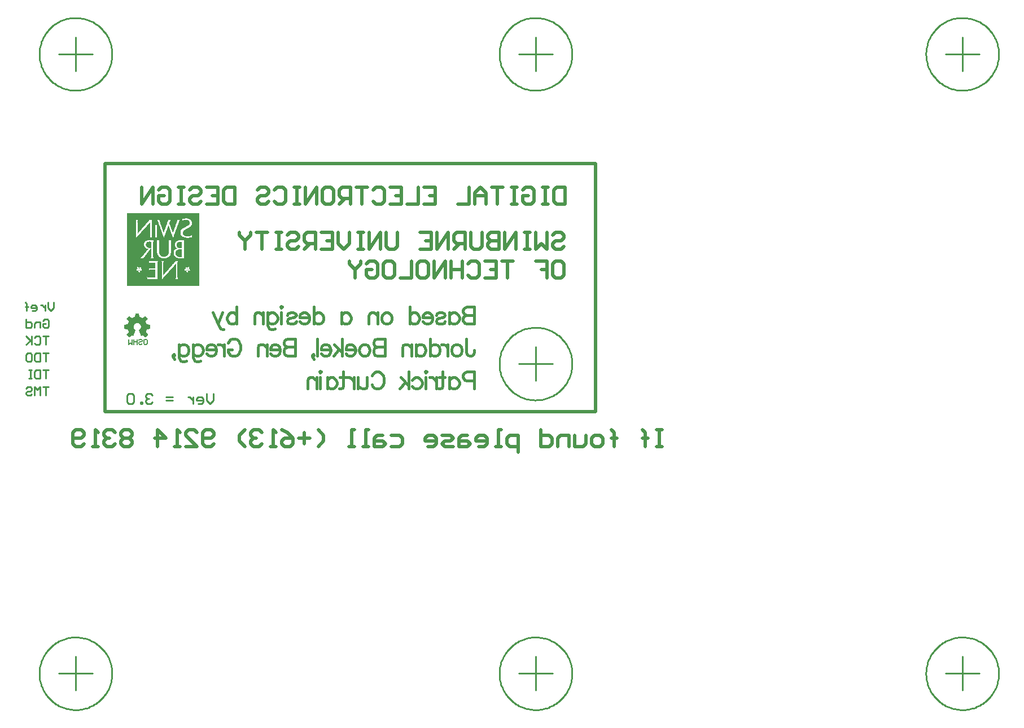
<source format=gbo>
G04*
G04 #@! TF.GenerationSoftware,Altium Limited,Altium Designer,19.1.8 (144)*
G04*
G04 Layer_Color=32896*
%FSLAX25Y25*%
%MOIN*%
G70*
G01*
G75*
%ADD10C,0.02000*%
%ADD14C,0.01000*%
%ADD27C,0.01500*%
%ADD94C,0.00700*%
G36*
X73160Y295485D02*
Y295385D01*
Y295285D01*
Y295185D01*
Y295085D01*
Y294985D01*
Y294885D01*
Y294785D01*
Y294685D01*
Y294585D01*
Y294485D01*
Y294385D01*
Y294285D01*
Y294185D01*
Y294085D01*
Y293985D01*
Y293885D01*
Y293785D01*
Y293685D01*
Y293585D01*
Y293485D01*
Y293385D01*
Y293285D01*
Y293185D01*
Y293085D01*
Y292985D01*
Y292885D01*
Y292785D01*
Y292685D01*
Y292585D01*
Y292485D01*
Y292385D01*
Y292285D01*
Y292185D01*
Y292085D01*
Y291985D01*
Y291885D01*
Y291785D01*
Y291685D01*
Y291585D01*
Y291485D01*
Y291385D01*
Y291285D01*
Y291185D01*
Y291085D01*
Y290985D01*
Y290885D01*
Y290785D01*
Y290685D01*
Y290585D01*
Y290485D01*
Y290385D01*
Y290285D01*
Y290185D01*
Y290085D01*
Y289985D01*
Y289885D01*
Y289785D01*
Y289685D01*
Y289585D01*
Y289485D01*
Y289385D01*
Y289285D01*
Y289185D01*
Y289085D01*
Y288985D01*
Y288885D01*
Y288785D01*
Y288685D01*
Y288585D01*
Y288485D01*
Y288385D01*
Y288285D01*
Y288185D01*
Y288085D01*
Y287985D01*
Y287885D01*
Y287785D01*
Y287685D01*
Y287585D01*
Y287485D01*
Y287385D01*
Y287285D01*
Y287185D01*
Y287085D01*
Y286985D01*
Y286885D01*
Y286785D01*
Y286685D01*
Y286585D01*
Y286485D01*
Y286385D01*
Y286285D01*
Y286185D01*
Y286085D01*
Y285985D01*
Y285885D01*
Y285785D01*
Y285685D01*
Y285585D01*
Y285485D01*
Y285385D01*
Y285285D01*
Y285185D01*
Y285085D01*
Y284985D01*
Y284885D01*
Y284785D01*
Y284685D01*
Y284585D01*
Y284485D01*
Y284385D01*
Y284285D01*
Y284185D01*
Y284085D01*
Y283985D01*
Y283885D01*
Y283785D01*
Y283685D01*
Y283585D01*
Y283485D01*
Y283385D01*
Y283285D01*
Y283185D01*
Y283085D01*
Y282985D01*
Y282885D01*
Y282785D01*
Y282685D01*
Y282585D01*
Y282485D01*
Y282385D01*
Y282285D01*
Y282185D01*
Y282085D01*
Y281985D01*
Y281885D01*
Y281785D01*
Y281685D01*
Y281585D01*
Y281485D01*
Y281385D01*
Y281285D01*
Y281185D01*
Y281085D01*
Y280985D01*
Y280885D01*
Y280785D01*
Y280685D01*
Y280585D01*
Y280485D01*
Y280385D01*
Y280285D01*
Y280185D01*
Y280085D01*
Y279985D01*
Y279885D01*
Y279785D01*
Y279685D01*
Y279585D01*
Y279485D01*
Y279385D01*
Y279285D01*
Y279185D01*
Y279085D01*
Y278985D01*
Y278885D01*
Y278785D01*
Y278685D01*
Y278585D01*
Y278485D01*
Y278385D01*
Y278285D01*
Y278185D01*
Y278085D01*
Y277985D01*
Y277885D01*
Y277785D01*
Y277685D01*
Y277585D01*
Y277485D01*
Y277385D01*
Y277285D01*
Y277185D01*
Y277085D01*
Y276985D01*
Y276885D01*
Y276785D01*
Y276685D01*
Y276585D01*
Y276485D01*
Y276385D01*
Y276285D01*
Y276185D01*
Y276085D01*
Y275985D01*
Y275885D01*
Y275785D01*
Y275685D01*
Y275585D01*
Y275485D01*
Y275385D01*
Y275285D01*
Y275185D01*
Y275085D01*
Y274985D01*
Y274885D01*
Y274785D01*
Y274685D01*
Y274585D01*
Y274485D01*
Y274385D01*
Y274285D01*
Y274185D01*
Y274085D01*
Y273985D01*
Y273885D01*
Y273785D01*
Y273685D01*
Y273585D01*
Y273485D01*
Y273385D01*
Y273285D01*
Y273185D01*
Y273085D01*
Y272985D01*
Y272885D01*
Y272785D01*
Y272685D01*
Y272585D01*
Y272485D01*
Y272385D01*
Y272285D01*
Y272185D01*
Y272085D01*
Y271985D01*
Y271885D01*
Y271785D01*
Y271685D01*
Y271585D01*
Y271485D01*
Y271385D01*
Y271285D01*
Y271185D01*
Y271085D01*
Y270985D01*
Y270885D01*
Y270785D01*
Y270685D01*
Y270585D01*
Y270485D01*
Y270385D01*
Y270285D01*
Y270185D01*
Y270085D01*
Y269985D01*
Y269885D01*
Y269785D01*
Y269685D01*
Y269585D01*
Y269485D01*
Y269385D01*
Y269285D01*
Y269185D01*
Y269085D01*
Y268985D01*
Y268885D01*
Y268785D01*
Y268685D01*
Y268585D01*
Y268485D01*
Y268385D01*
Y268285D01*
Y268185D01*
Y268085D01*
Y267985D01*
Y267885D01*
Y267785D01*
Y267685D01*
Y267585D01*
Y267485D01*
Y267385D01*
Y267285D01*
Y267185D01*
Y267085D01*
Y266985D01*
Y266885D01*
Y266785D01*
Y266685D01*
Y266585D01*
Y266485D01*
Y266385D01*
Y266285D01*
Y266185D01*
Y266085D01*
Y265985D01*
Y265885D01*
Y265785D01*
Y265685D01*
Y265585D01*
Y265485D01*
Y265385D01*
Y265285D01*
Y265185D01*
Y265085D01*
Y264985D01*
Y264885D01*
Y264785D01*
Y264685D01*
Y264585D01*
Y264485D01*
Y264385D01*
Y264285D01*
Y264185D01*
Y264085D01*
Y263985D01*
Y263885D01*
Y263785D01*
Y263685D01*
Y263585D01*
Y263485D01*
Y263385D01*
Y263285D01*
Y263185D01*
Y263085D01*
Y262985D01*
Y262885D01*
Y262785D01*
Y262685D01*
Y262585D01*
Y262485D01*
Y262385D01*
Y262285D01*
Y262185D01*
Y262085D01*
Y261985D01*
Y261885D01*
Y261785D01*
Y261685D01*
Y261585D01*
Y261485D01*
Y261385D01*
Y261285D01*
Y261185D01*
Y261085D01*
Y260985D01*
Y260885D01*
Y260785D01*
Y260685D01*
Y260585D01*
Y260485D01*
Y260385D01*
Y260285D01*
Y260185D01*
Y260085D01*
Y259985D01*
Y259885D01*
Y259785D01*
Y259685D01*
Y259585D01*
Y259485D01*
Y259385D01*
Y259285D01*
Y259185D01*
Y259085D01*
Y258985D01*
Y258885D01*
Y258785D01*
Y258685D01*
Y258585D01*
Y258485D01*
Y258385D01*
Y258285D01*
Y258185D01*
Y258085D01*
Y257985D01*
Y257885D01*
Y257785D01*
Y257685D01*
Y257585D01*
Y257485D01*
Y257385D01*
Y257285D01*
Y257185D01*
Y257085D01*
Y256985D01*
Y256885D01*
Y256785D01*
Y256685D01*
Y256585D01*
Y256485D01*
Y256385D01*
Y256285D01*
Y256185D01*
Y256085D01*
Y255985D01*
Y255885D01*
Y255785D01*
Y255685D01*
Y255585D01*
Y255485D01*
Y255385D01*
Y255285D01*
Y255185D01*
Y255085D01*
Y254985D01*
Y254885D01*
Y254785D01*
Y254685D01*
Y254585D01*
Y254485D01*
Y254385D01*
Y254285D01*
Y254185D01*
Y254085D01*
Y253985D01*
Y253885D01*
Y253785D01*
Y253685D01*
Y253585D01*
Y253485D01*
Y253385D01*
Y253285D01*
Y253185D01*
Y253085D01*
Y252985D01*
Y252885D01*
X30260D01*
Y252985D01*
Y253085D01*
Y253185D01*
Y253285D01*
Y253385D01*
Y253485D01*
Y253585D01*
Y253685D01*
Y253785D01*
Y253885D01*
Y253985D01*
Y254085D01*
Y254185D01*
Y254285D01*
Y254385D01*
Y254485D01*
Y254585D01*
Y254685D01*
Y254785D01*
Y254885D01*
Y254985D01*
Y255085D01*
Y255185D01*
Y255285D01*
Y255385D01*
Y255485D01*
Y255585D01*
Y255685D01*
Y255785D01*
Y255885D01*
Y255985D01*
Y256085D01*
Y256185D01*
Y256285D01*
Y256385D01*
Y256485D01*
Y256585D01*
Y256685D01*
Y256785D01*
Y256885D01*
Y256985D01*
Y257085D01*
Y257185D01*
Y257285D01*
Y257385D01*
Y257485D01*
Y257585D01*
Y257685D01*
Y257785D01*
Y257885D01*
Y257985D01*
Y258085D01*
Y258185D01*
Y258285D01*
Y258385D01*
Y258485D01*
Y258585D01*
Y258685D01*
Y258785D01*
Y258885D01*
Y258985D01*
Y259085D01*
Y259185D01*
Y259285D01*
Y259385D01*
Y259485D01*
Y259585D01*
Y259685D01*
Y259785D01*
Y259885D01*
Y259985D01*
Y260085D01*
Y260185D01*
Y260285D01*
Y260385D01*
Y260485D01*
Y260585D01*
Y260685D01*
Y260785D01*
Y260885D01*
Y260985D01*
Y261085D01*
Y261185D01*
Y261285D01*
Y261385D01*
Y261485D01*
Y261585D01*
Y261685D01*
Y261785D01*
Y261885D01*
Y261985D01*
Y262085D01*
Y262185D01*
Y262285D01*
Y262385D01*
Y262485D01*
Y262585D01*
Y262685D01*
Y262785D01*
Y262885D01*
Y262985D01*
Y263085D01*
Y263185D01*
Y263285D01*
Y263385D01*
Y263485D01*
Y263585D01*
Y263685D01*
Y263785D01*
Y263885D01*
Y263985D01*
Y264085D01*
Y264185D01*
Y264285D01*
Y264385D01*
Y264485D01*
Y264585D01*
Y264685D01*
Y264785D01*
Y264885D01*
Y264985D01*
Y265085D01*
Y265185D01*
Y265285D01*
Y265385D01*
Y265485D01*
Y265585D01*
Y265685D01*
Y265785D01*
Y265885D01*
Y265985D01*
Y266085D01*
Y266185D01*
Y266285D01*
Y266385D01*
Y266485D01*
Y266585D01*
Y266685D01*
Y266785D01*
Y266885D01*
Y266985D01*
Y267085D01*
Y267185D01*
Y267285D01*
Y267385D01*
Y267485D01*
Y267585D01*
Y267685D01*
Y267785D01*
Y267885D01*
Y267985D01*
Y268085D01*
Y268185D01*
Y268285D01*
Y268385D01*
Y268485D01*
Y268585D01*
Y268685D01*
Y268785D01*
Y268885D01*
Y268985D01*
Y269085D01*
Y269185D01*
Y269285D01*
Y269385D01*
Y269485D01*
Y269585D01*
Y269685D01*
Y269785D01*
Y269885D01*
Y269985D01*
Y270085D01*
Y270185D01*
Y270285D01*
Y270385D01*
Y270485D01*
Y270585D01*
Y270685D01*
Y270785D01*
Y270885D01*
Y270985D01*
Y271085D01*
Y271185D01*
Y271285D01*
Y271385D01*
Y271485D01*
Y271585D01*
Y271685D01*
Y271785D01*
Y271885D01*
Y271985D01*
Y272085D01*
Y272185D01*
Y272285D01*
Y272385D01*
Y272485D01*
Y272585D01*
Y272685D01*
Y272785D01*
Y272885D01*
Y272985D01*
Y273085D01*
Y273185D01*
Y273285D01*
Y273385D01*
Y273485D01*
Y273585D01*
Y273685D01*
Y273785D01*
Y273885D01*
Y273985D01*
Y274085D01*
Y274185D01*
Y274285D01*
Y274385D01*
Y274485D01*
Y274585D01*
Y274685D01*
Y274785D01*
Y274885D01*
Y274985D01*
Y275085D01*
Y275185D01*
Y275285D01*
Y275385D01*
Y275485D01*
Y275585D01*
Y275685D01*
Y275785D01*
Y275885D01*
Y275985D01*
Y276085D01*
Y276185D01*
Y276285D01*
Y276385D01*
Y276485D01*
Y276585D01*
Y276685D01*
Y276785D01*
Y276885D01*
Y276985D01*
Y277085D01*
Y277185D01*
Y277285D01*
Y277385D01*
Y277485D01*
Y277585D01*
Y277685D01*
Y277785D01*
Y277885D01*
Y277985D01*
Y278085D01*
Y278185D01*
Y278285D01*
Y278385D01*
Y278485D01*
Y278585D01*
Y278685D01*
Y278785D01*
Y278885D01*
Y278985D01*
Y279085D01*
Y279185D01*
Y279285D01*
Y279385D01*
Y279485D01*
Y279585D01*
Y279685D01*
Y279785D01*
Y279885D01*
Y279985D01*
Y280085D01*
Y280185D01*
Y280285D01*
Y280385D01*
Y280485D01*
Y280585D01*
Y280685D01*
Y280785D01*
Y280885D01*
Y280985D01*
Y281085D01*
Y281185D01*
Y281285D01*
Y281385D01*
Y281485D01*
Y281585D01*
Y281685D01*
Y281785D01*
Y281885D01*
Y281985D01*
Y282085D01*
Y282185D01*
Y282285D01*
Y282385D01*
Y282485D01*
Y282585D01*
Y282685D01*
Y282785D01*
Y282885D01*
Y282985D01*
Y283085D01*
Y283185D01*
Y283285D01*
Y283385D01*
Y283485D01*
Y283585D01*
Y283685D01*
Y283785D01*
Y283885D01*
Y283985D01*
Y284085D01*
Y284185D01*
Y284285D01*
Y284385D01*
Y284485D01*
Y284585D01*
Y284685D01*
Y284785D01*
Y284885D01*
Y284985D01*
Y285085D01*
Y285185D01*
Y285285D01*
Y285385D01*
Y285485D01*
Y285585D01*
Y285685D01*
Y285785D01*
Y285885D01*
Y285985D01*
Y286085D01*
Y286185D01*
Y286285D01*
Y286385D01*
Y286485D01*
Y286585D01*
Y286685D01*
Y286785D01*
Y286885D01*
Y286985D01*
Y287085D01*
Y287185D01*
Y287285D01*
Y287385D01*
Y287485D01*
Y287585D01*
Y287685D01*
Y287785D01*
Y287885D01*
Y287985D01*
Y288085D01*
Y288185D01*
Y288285D01*
Y288385D01*
Y288485D01*
Y288585D01*
Y288685D01*
Y288785D01*
Y288885D01*
Y288985D01*
Y289085D01*
Y289185D01*
Y289285D01*
Y289385D01*
Y289485D01*
Y289585D01*
Y289685D01*
Y289785D01*
Y289885D01*
Y289985D01*
Y290085D01*
Y290185D01*
Y290285D01*
Y290385D01*
Y290485D01*
Y290585D01*
Y290685D01*
Y290785D01*
Y290885D01*
Y290985D01*
Y291085D01*
Y291185D01*
Y291285D01*
Y291385D01*
Y291485D01*
Y291585D01*
Y291685D01*
Y291785D01*
Y291885D01*
Y291985D01*
Y292085D01*
Y292185D01*
Y292285D01*
Y292385D01*
Y292485D01*
Y292585D01*
Y292685D01*
Y292785D01*
Y292885D01*
Y292985D01*
Y293085D01*
Y293185D01*
Y293285D01*
Y293385D01*
Y293485D01*
Y293585D01*
Y293685D01*
Y293785D01*
Y293885D01*
Y293985D01*
Y294085D01*
Y294185D01*
Y294285D01*
Y294385D01*
Y294485D01*
Y294585D01*
Y294685D01*
Y294785D01*
Y294885D01*
Y294985D01*
Y295085D01*
Y295185D01*
Y295285D01*
Y295385D01*
Y295485D01*
Y295585D01*
X73160D01*
Y295485D01*
D02*
G37*
G36*
X37412Y236430D02*
X37434Y236407D01*
X37456Y236342D01*
X37828Y234369D01*
Y234347D01*
X37850Y234325D01*
X37872Y234281D01*
X37916Y234259D01*
X39253Y233711D01*
X39385D01*
X41029Y234873D01*
X41094D01*
X41138Y234851D01*
X41182Y234829D01*
X42585Y233470D01*
Y233448D01*
Y233383D01*
Y233361D01*
Y233317D01*
X41467Y231673D01*
Y231651D01*
Y231607D01*
Y231585D01*
Y231519D01*
X42081Y230160D01*
Y230138D01*
X42103Y230117D01*
X42125Y230095D01*
X42169Y230073D01*
X44054Y229744D01*
X44076D01*
X44098Y229722D01*
X44119Y229700D01*
X44141Y229634D01*
Y227661D01*
Y227640D01*
Y227618D01*
X44098Y227574D01*
X44054Y227552D01*
X42212Y227179D01*
X42169D01*
X42147Y227135D01*
X42125Y227092D01*
X41511Y225623D01*
Y225601D01*
Y225557D01*
Y225535D01*
Y225491D01*
X42585Y223913D01*
Y223869D01*
Y223847D01*
Y223826D01*
X41182Y222423D01*
X41160Y222401D01*
X41138D01*
X41072Y222379D01*
X41029Y222423D01*
X39516Y223453D01*
X39385D01*
X38727Y223080D01*
X38683D01*
X38639Y223102D01*
X38618Y223124D01*
X37215Y226478D01*
Y226500D01*
Y226522D01*
X37258Y226609D01*
X37456Y226719D01*
X37478Y226741D01*
X37500Y226763D01*
X37543Y226807D01*
X37565D01*
X37587Y226829D01*
X37697Y226916D01*
X37850Y227048D01*
X38048Y227245D01*
X38223Y227508D01*
X38376Y227815D01*
X38486Y228187D01*
X38530Y228385D01*
Y228604D01*
Y228648D01*
Y228758D01*
X38508Y228933D01*
X38442Y229152D01*
X38376Y229393D01*
X38267Y229656D01*
X38113Y229919D01*
X37894Y230160D01*
X37872Y230182D01*
X37784Y230270D01*
X37653Y230380D01*
X37478Y230489D01*
X37258Y230621D01*
X36995Y230708D01*
X36689Y230796D01*
X36360Y230818D01*
X36206D01*
X36053Y230774D01*
X35834Y230730D01*
X35592Y230664D01*
X35329Y230533D01*
X35066Y230380D01*
X34825Y230160D01*
X34803Y230138D01*
X34738Y230051D01*
X34628Y229919D01*
X34519Y229722D01*
X34387Y229503D01*
X34299Y229240D01*
X34212Y228933D01*
X34190Y228604D01*
Y228582D01*
Y228560D01*
Y228494D01*
X34212Y228407D01*
X34233Y228187D01*
X34321Y227924D01*
X34431Y227640D01*
X34606Y227333D01*
X34847Y227048D01*
X35001Y226916D01*
X35176Y226807D01*
X35198Y226785D01*
X35242Y226741D01*
X35264D01*
X35286Y226719D01*
X35461Y226609D01*
X35483Y226587D01*
X35505Y226478D01*
X34146Y223124D01*
X34102Y223102D01*
X34058Y223080D01*
X33992D01*
X33335Y223453D01*
X33203D01*
X31691Y222423D01*
Y222401D01*
X31647D01*
X31603Y222379D01*
X31559Y222423D01*
X30134Y223826D01*
Y223869D01*
Y223891D01*
Y223913D01*
X31209Y225491D01*
Y225513D01*
Y225557D01*
Y225579D01*
Y225623D01*
X30595Y227092D01*
Y227114D01*
Y227135D01*
X30551Y227157D01*
X30507Y227179D01*
X28666Y227552D01*
X28644D01*
X28622Y227574D01*
X28600Y227596D01*
X28578Y227661D01*
Y229634D01*
Y229656D01*
X28600Y229700D01*
X28622Y229722D01*
X28666Y229744D01*
X30551Y230073D01*
X30573D01*
X30595Y230095D01*
X30639Y230117D01*
X30704Y230160D01*
X31252Y231519D01*
Y231541D01*
Y231607D01*
Y231629D01*
Y231651D01*
Y231673D01*
X30134Y233317D01*
Y233339D01*
Y233383D01*
Y233404D01*
Y233470D01*
X31559Y234829D01*
X31603Y234851D01*
X31691Y234873D01*
X33335Y233711D01*
X33488D01*
X34803Y234259D01*
X34825D01*
X34847Y234281D01*
X34869Y234303D01*
X34891Y234369D01*
X35286Y236342D01*
Y236364D01*
X35308Y236407D01*
X35329Y236430D01*
X35373Y236451D01*
X37368D01*
X37412Y236430D01*
D02*
G37*
%LPC*%
G36*
X61560Y291885D02*
X60060D01*
Y291785D01*
X59860D01*
Y291685D01*
X59960D01*
Y291585D01*
Y291485D01*
Y291385D01*
Y291285D01*
Y291185D01*
Y291085D01*
Y290985D01*
X59860D01*
Y290885D01*
Y290785D01*
Y290685D01*
X59760D01*
Y290585D01*
Y290485D01*
X59660D01*
Y290385D01*
Y290285D01*
Y290185D01*
X59560D01*
Y290085D01*
Y289985D01*
Y289885D01*
X59460D01*
Y289785D01*
Y289685D01*
Y289585D01*
X59360D01*
Y289485D01*
Y289385D01*
X59260D01*
Y289285D01*
Y289185D01*
Y289085D01*
X59160D01*
Y288985D01*
Y288885D01*
Y288785D01*
Y288685D01*
X59060D01*
Y288585D01*
Y288485D01*
X58960D01*
Y288385D01*
Y288285D01*
Y288185D01*
X58860D01*
Y288085D01*
Y287985D01*
Y287885D01*
X58760D01*
Y287785D01*
Y287685D01*
Y287585D01*
X58660D01*
Y287485D01*
Y287385D01*
X58560D01*
Y287285D01*
Y287185D01*
Y287085D01*
X58460D01*
Y286985D01*
Y286885D01*
Y286785D01*
Y286685D01*
X58360D01*
Y286585D01*
Y286485D01*
X58260D01*
Y286385D01*
Y286285D01*
Y286185D01*
X58160D01*
Y286085D01*
Y285985D01*
Y285885D01*
X58060D01*
Y285785D01*
Y285685D01*
Y285585D01*
X57960D01*
Y285485D01*
Y285385D01*
X57860D01*
Y285285D01*
Y285185D01*
Y285085D01*
X57760D01*
Y284985D01*
Y284885D01*
Y284785D01*
X57660D01*
Y284685D01*
Y284585D01*
Y284485D01*
X57560D01*
Y284385D01*
Y284285D01*
X57460D01*
Y284185D01*
X57360D01*
Y284285D01*
Y284385D01*
X57260D01*
Y284485D01*
Y284585D01*
X57160D01*
Y284685D01*
Y284785D01*
Y284885D01*
X57060D01*
Y284985D01*
Y285085D01*
Y285185D01*
X56960D01*
Y285285D01*
Y285385D01*
Y285485D01*
X56860D01*
Y285585D01*
Y285685D01*
X56760D01*
Y285785D01*
Y285885D01*
Y285985D01*
X56660D01*
Y286085D01*
Y286185D01*
Y286285D01*
X56560D01*
Y286385D01*
Y286485D01*
X56460D01*
Y286585D01*
Y286685D01*
Y286785D01*
X56360D01*
Y286885D01*
Y286985D01*
Y287085D01*
X56260D01*
Y287185D01*
Y287285D01*
Y287385D01*
X56160D01*
Y287485D01*
Y287585D01*
X56060D01*
Y287685D01*
Y287785D01*
Y287885D01*
X55960D01*
Y287985D01*
Y288085D01*
Y288185D01*
X55860D01*
Y288285D01*
Y288385D01*
X55760D01*
Y288485D01*
Y288585D01*
X55660D01*
Y288685D01*
Y288785D01*
Y288885D01*
X55560D01*
Y288985D01*
Y289085D01*
Y289185D01*
X55460D01*
Y289285D01*
Y289385D01*
X55360D01*
Y289485D01*
Y289585D01*
Y289685D01*
X55260D01*
Y289785D01*
Y289885D01*
X55360D01*
Y289985D01*
Y290085D01*
Y290185D01*
X55460D01*
Y290285D01*
Y290385D01*
X55560D01*
Y290485D01*
Y290585D01*
X55660D01*
Y290685D01*
Y290785D01*
Y290885D01*
X55760D01*
Y290985D01*
Y291085D01*
X55860D01*
Y291185D01*
Y291285D01*
X55960D01*
Y291385D01*
X56060D01*
Y291485D01*
Y291585D01*
X56260D01*
Y291685D01*
Y291785D01*
X56160D01*
Y291885D01*
X54560D01*
Y291785D01*
X54460D01*
Y291685D01*
X54560D01*
Y291585D01*
Y291485D01*
Y291385D01*
Y291285D01*
Y291185D01*
Y291085D01*
X54460D01*
Y290985D01*
Y290885D01*
Y290785D01*
X54360D01*
Y290685D01*
Y290585D01*
X54260D01*
Y290485D01*
Y290385D01*
Y290285D01*
X54160D01*
Y290185D01*
Y290085D01*
Y289985D01*
X54060D01*
Y289885D01*
Y289785D01*
Y289685D01*
X53960D01*
Y289585D01*
Y289485D01*
X53860D01*
Y289385D01*
Y289285D01*
Y289185D01*
X53760D01*
Y289085D01*
Y288985D01*
Y288885D01*
X53660D01*
Y288785D01*
Y288685D01*
X53560D01*
Y288585D01*
Y288485D01*
Y288385D01*
Y288285D01*
X53460D01*
Y288185D01*
Y288085D01*
Y287985D01*
X53360D01*
Y287885D01*
Y287785D01*
X53260D01*
Y287685D01*
Y287585D01*
Y287485D01*
X53160D01*
Y287385D01*
Y287285D01*
Y287185D01*
X53060D01*
Y287085D01*
Y286985D01*
Y286885D01*
X52960D01*
Y286785D01*
Y286685D01*
X52860D01*
Y286585D01*
Y286485D01*
Y286385D01*
X52760D01*
Y286285D01*
Y286185D01*
Y286085D01*
X52660D01*
Y285985D01*
Y285885D01*
Y285785D01*
X52560D01*
Y285685D01*
Y285585D01*
X52460D01*
Y285485D01*
Y285385D01*
Y285285D01*
X52360D01*
Y285185D01*
Y285085D01*
Y284985D01*
X52260D01*
Y284885D01*
Y284785D01*
X52160D01*
Y284685D01*
Y284585D01*
Y284485D01*
X52060D01*
Y284385D01*
Y284285D01*
Y284185D01*
Y284085D01*
X51960D01*
Y284185D01*
X51860D01*
Y284285D01*
Y284385D01*
X51760D01*
Y284485D01*
Y284585D01*
Y284685D01*
X51660D01*
Y284785D01*
Y284885D01*
Y284985D01*
Y285085D01*
X51560D01*
Y285185D01*
Y285285D01*
X51460D01*
Y285385D01*
Y285485D01*
Y285585D01*
X51360D01*
Y285685D01*
Y285785D01*
Y285885D01*
Y285985D01*
X51260D01*
Y286085D01*
Y286185D01*
Y286285D01*
X51160D01*
Y286385D01*
Y286485D01*
X51060D01*
Y286585D01*
Y286685D01*
Y286785D01*
X50960D01*
Y286885D01*
Y286985D01*
Y287085D01*
Y287185D01*
X50860D01*
Y287285D01*
Y287385D01*
X50760D01*
Y287485D01*
Y287585D01*
Y287685D01*
X50660D01*
Y287785D01*
Y287885D01*
Y287985D01*
X50560D01*
Y288085D01*
Y288185D01*
Y288285D01*
X50460D01*
Y288385D01*
Y288485D01*
X50360D01*
Y288585D01*
Y288685D01*
Y288785D01*
Y288885D01*
X50260D01*
Y288985D01*
Y289085D01*
Y289185D01*
X50160D01*
Y289285D01*
Y289385D01*
Y289485D01*
X50060D01*
Y289585D01*
Y289685D01*
X49960D01*
Y289785D01*
Y289885D01*
Y289985D01*
Y290085D01*
X49860D01*
Y290185D01*
Y290285D01*
Y290385D01*
X49760D01*
Y290485D01*
Y290585D01*
Y290685D01*
X49660D01*
Y290785D01*
Y290885D01*
Y290985D01*
X49560D01*
Y291085D01*
Y291185D01*
Y291285D01*
X49460D01*
Y291385D01*
Y291485D01*
Y291585D01*
X49560D01*
Y291685D01*
Y291785D01*
X49460D01*
Y291885D01*
X48260D01*
Y291785D01*
X48060D01*
Y291685D01*
X48160D01*
Y291585D01*
X48260D01*
Y291485D01*
X48360D01*
Y291385D01*
Y291285D01*
X48460D01*
Y291185D01*
Y291085D01*
X48560D01*
Y290985D01*
Y290885D01*
X48660D01*
Y290785D01*
Y290685D01*
Y290585D01*
X48760D01*
Y290485D01*
Y290385D01*
X48860D01*
Y290285D01*
Y290185D01*
Y290085D01*
Y289985D01*
X48960D01*
Y289885D01*
Y289785D01*
X49060D01*
Y289685D01*
Y289585D01*
Y289485D01*
X49160D01*
Y289385D01*
Y289285D01*
Y289185D01*
X49260D01*
Y289085D01*
Y288985D01*
Y288885D01*
X49360D01*
Y288785D01*
Y288685D01*
X49460D01*
Y288585D01*
Y288485D01*
Y288385D01*
X49560D01*
Y288285D01*
Y288185D01*
Y288085D01*
X49660D01*
Y287985D01*
Y287885D01*
Y287785D01*
X49760D01*
Y287685D01*
Y287585D01*
X49860D01*
Y287485D01*
Y287385D01*
Y287285D01*
X49960D01*
Y287185D01*
Y287085D01*
Y286985D01*
X50060D01*
Y286885D01*
Y286785D01*
Y286685D01*
X50160D01*
Y286585D01*
Y286485D01*
X50260D01*
Y286385D01*
Y286285D01*
Y286185D01*
X50360D01*
Y286085D01*
Y285985D01*
Y285885D01*
X50460D01*
Y285785D01*
Y285685D01*
Y285585D01*
X50560D01*
Y285485D01*
Y285385D01*
Y285285D01*
X50660D01*
Y285185D01*
Y285085D01*
Y284985D01*
X50760D01*
Y284885D01*
Y284785D01*
X50860D01*
Y284685D01*
Y284585D01*
Y284485D01*
X50960D01*
Y284385D01*
Y284285D01*
Y284185D01*
X51060D01*
Y284085D01*
Y283985D01*
Y283885D01*
X51160D01*
Y283785D01*
Y283685D01*
X51260D01*
Y283585D01*
Y283485D01*
Y283385D01*
X51360D01*
Y283285D01*
Y283185D01*
Y283085D01*
X51460D01*
Y282985D01*
Y282885D01*
Y282785D01*
X51560D01*
Y282685D01*
Y282585D01*
X51660D01*
Y282485D01*
Y282385D01*
Y282285D01*
X51760D01*
Y282185D01*
Y282085D01*
Y281985D01*
X51860D01*
Y281885D01*
Y281785D01*
Y281685D01*
X51960D01*
Y281585D01*
Y281485D01*
X52060D01*
Y281385D01*
Y281285D01*
X52160D01*
Y281385D01*
Y281485D01*
X52260D01*
Y281585D01*
Y281685D01*
Y281785D01*
X52360D01*
Y281885D01*
Y281985D01*
X52460D01*
Y282085D01*
Y282185D01*
Y282285D01*
X52560D01*
Y282385D01*
Y282485D01*
Y282585D01*
X52660D01*
Y282685D01*
Y282785D01*
X52760D01*
Y282885D01*
Y282985D01*
Y283085D01*
X52860D01*
Y283185D01*
Y283285D01*
Y283385D01*
X52960D01*
Y283485D01*
Y283585D01*
X53060D01*
Y283685D01*
Y283785D01*
Y283885D01*
X53160D01*
Y283985D01*
Y284085D01*
Y284185D01*
X53260D01*
Y284285D01*
Y284385D01*
Y284485D01*
X53360D01*
Y284585D01*
Y284685D01*
X53460D01*
Y284785D01*
Y284885D01*
Y284985D01*
X53560D01*
Y285085D01*
Y285185D01*
Y285285D01*
X53660D01*
Y285385D01*
Y285485D01*
X53760D01*
Y285585D01*
Y285685D01*
Y285785D01*
X53860D01*
Y285885D01*
Y285985D01*
Y286085D01*
X53960D01*
Y286185D01*
Y286285D01*
Y286385D01*
X54060D01*
Y286485D01*
Y286585D01*
X54160D01*
Y286685D01*
Y286785D01*
Y286885D01*
X54260D01*
Y286985D01*
Y287085D01*
Y287185D01*
X54360D01*
Y287285D01*
Y287385D01*
X54460D01*
Y287485D01*
Y287585D01*
X54560D01*
Y287685D01*
Y287785D01*
Y287885D01*
Y287985D01*
X54660D01*
Y288085D01*
Y288185D01*
X54760D01*
Y288285D01*
Y288385D01*
X54960D01*
Y288285D01*
Y288185D01*
Y288085D01*
X55060D01*
Y287985D01*
Y287885D01*
Y287785D01*
X55160D01*
Y287685D01*
Y287585D01*
X55260D01*
Y287485D01*
Y287385D01*
Y287285D01*
Y287185D01*
X55360D01*
Y287085D01*
Y286985D01*
X55460D01*
Y286885D01*
Y286785D01*
Y286685D01*
X55560D01*
Y286585D01*
Y286485D01*
Y286385D01*
X55660D01*
Y286285D01*
Y286185D01*
Y286085D01*
X55760D01*
Y285985D01*
Y285885D01*
X55860D01*
Y285785D01*
Y285685D01*
Y285585D01*
X55960D01*
Y285485D01*
Y285385D01*
Y285285D01*
X56060D01*
Y285185D01*
Y285085D01*
Y284985D01*
X56160D01*
Y284885D01*
Y284785D01*
X56260D01*
Y284685D01*
Y284585D01*
Y284485D01*
X56360D01*
Y284385D01*
Y284285D01*
Y284185D01*
X56460D01*
Y284085D01*
Y283985D01*
Y283885D01*
X56560D01*
Y283785D01*
Y283685D01*
X56660D01*
Y283585D01*
Y283485D01*
Y283385D01*
X56760D01*
Y283285D01*
Y283185D01*
Y283085D01*
X56860D01*
Y282985D01*
Y282885D01*
X56960D01*
Y282785D01*
Y282685D01*
Y282585D01*
X57060D01*
Y282485D01*
Y282385D01*
Y282285D01*
X57160D01*
Y282185D01*
Y282085D01*
Y281985D01*
X57260D01*
Y281885D01*
Y281785D01*
X57360D01*
Y281685D01*
Y281585D01*
Y281485D01*
X57460D01*
Y281385D01*
Y281285D01*
X57560D01*
Y281385D01*
X57660D01*
Y281485D01*
Y281585D01*
X57760D01*
Y281685D01*
Y281785D01*
Y281885D01*
X57860D01*
Y281985D01*
Y282085D01*
Y282185D01*
X57960D01*
Y282285D01*
Y282385D01*
X58060D01*
Y282485D01*
Y282585D01*
Y282685D01*
X58160D01*
Y282785D01*
Y282885D01*
Y282985D01*
X58260D01*
Y283085D01*
Y283185D01*
Y283285D01*
X58360D01*
Y283385D01*
Y283485D01*
X58460D01*
Y283585D01*
Y283685D01*
Y283785D01*
X58560D01*
Y283885D01*
Y283985D01*
Y284085D01*
X58660D01*
Y284185D01*
Y284285D01*
X58760D01*
Y284385D01*
Y284485D01*
Y284585D01*
X58860D01*
Y284685D01*
Y284785D01*
Y284885D01*
X58960D01*
Y284985D01*
Y285085D01*
Y285185D01*
X59060D01*
Y285285D01*
Y285385D01*
X59160D01*
Y285485D01*
Y285585D01*
Y285685D01*
X59260D01*
Y285785D01*
Y285885D01*
Y285985D01*
X59360D01*
Y286085D01*
Y286185D01*
X59460D01*
Y286285D01*
Y286385D01*
Y286485D01*
X59560D01*
Y286585D01*
Y286685D01*
Y286785D01*
X59660D01*
Y286885D01*
Y286985D01*
X59760D01*
Y287085D01*
Y287185D01*
Y287285D01*
X59860D01*
Y287385D01*
Y287485D01*
X59960D01*
Y287585D01*
Y287685D01*
Y287785D01*
Y287885D01*
X60060D01*
Y287985D01*
Y288085D01*
X60160D01*
Y288185D01*
Y288285D01*
X60260D01*
Y288385D01*
Y288485D01*
Y288585D01*
X60360D01*
Y288685D01*
Y288785D01*
Y288885D01*
X60460D01*
Y288985D01*
Y289085D01*
X60560D01*
Y289185D01*
Y289285D01*
Y289385D01*
X60660D01*
Y289485D01*
Y289585D01*
Y289685D01*
X60760D01*
Y289785D01*
Y289885D01*
Y289985D01*
X60860D01*
Y290085D01*
Y290185D01*
X60960D01*
Y290285D01*
Y290385D01*
Y290485D01*
X61060D01*
Y290585D01*
Y290685D01*
Y290785D01*
X61160D01*
Y290885D01*
Y290985D01*
X61260D01*
Y291085D01*
Y291185D01*
Y291285D01*
X61360D01*
Y291385D01*
Y291485D01*
X61460D01*
Y291585D01*
X61560D01*
Y291685D01*
X61660D01*
Y291785D01*
X61560D01*
Y291885D01*
D02*
G37*
G36*
X45160D02*
X43860D01*
Y291785D01*
X43660D01*
Y291685D01*
X43560D01*
Y291585D01*
X43460D01*
Y291485D01*
Y291385D01*
X43360D01*
Y291285D01*
X43260D01*
Y291185D01*
X43160D01*
Y291085D01*
X43060D01*
Y290985D01*
X42960D01*
Y290885D01*
X42860D01*
Y290785D01*
Y290685D01*
X42760D01*
Y290585D01*
X42660D01*
Y290485D01*
X42560D01*
Y290385D01*
X42460D01*
Y290285D01*
X42360D01*
Y290185D01*
X42260D01*
Y290085D01*
X42160D01*
Y289985D01*
Y289885D01*
X42060D01*
Y289785D01*
X41960D01*
Y289685D01*
X41860D01*
Y289585D01*
X41760D01*
Y289485D01*
X41660D01*
Y289385D01*
X41560D01*
Y289285D01*
X41460D01*
Y289185D01*
Y289085D01*
X41360D01*
Y288985D01*
X41260D01*
Y288885D01*
X41160D01*
Y288785D01*
X41060D01*
Y288685D01*
X40960D01*
Y288585D01*
X40860D01*
Y288485D01*
X40760D01*
Y288385D01*
X40660D01*
Y288285D01*
Y288185D01*
X40560D01*
Y288085D01*
X40460D01*
Y287985D01*
X40360D01*
Y287885D01*
X40260D01*
Y287785D01*
X40160D01*
Y287685D01*
X40060D01*
Y287585D01*
X39960D01*
Y287485D01*
Y287385D01*
X39860D01*
Y287285D01*
X39760D01*
Y287185D01*
X39660D01*
Y287085D01*
X39560D01*
Y286985D01*
X39460D01*
Y286885D01*
X39360D01*
Y286785D01*
X39260D01*
Y286685D01*
Y286585D01*
X39160D01*
Y286485D01*
X39060D01*
Y286385D01*
X38960D01*
Y286285D01*
X38860D01*
Y286185D01*
X38760D01*
Y286085D01*
X38660D01*
Y285985D01*
X38560D01*
Y285885D01*
X38460D01*
Y285785D01*
Y285685D01*
X38360D01*
Y285585D01*
X38260D01*
Y285485D01*
X38160D01*
Y285385D01*
X38060D01*
Y285285D01*
Y285185D01*
X37860D01*
Y285085D01*
Y284985D01*
X37760D01*
Y284885D01*
X37660D01*
Y284785D01*
X37560D01*
Y284685D01*
X37460D01*
Y284585D01*
X37360D01*
Y284485D01*
X37260D01*
Y284385D01*
X37160D01*
Y284285D01*
Y284185D01*
X37060D01*
Y284085D01*
X36960D01*
Y283985D01*
X36860D01*
Y283885D01*
X36760D01*
Y283785D01*
X36660D01*
Y283685D01*
X36560D01*
Y283785D01*
Y283885D01*
Y283985D01*
Y284085D01*
Y284185D01*
Y284285D01*
Y284385D01*
Y284485D01*
Y284585D01*
Y284685D01*
Y284785D01*
Y284885D01*
Y284985D01*
Y285085D01*
Y285185D01*
Y285285D01*
Y285385D01*
Y285485D01*
Y285585D01*
Y285685D01*
Y285785D01*
Y285885D01*
Y285985D01*
Y286085D01*
Y286185D01*
Y286285D01*
Y286385D01*
Y286485D01*
Y286585D01*
Y286685D01*
Y286785D01*
Y286885D01*
Y286985D01*
Y287085D01*
Y287185D01*
Y287285D01*
Y287385D01*
Y287485D01*
Y287585D01*
Y287685D01*
Y287785D01*
Y287885D01*
Y287985D01*
Y288085D01*
Y288185D01*
Y288285D01*
Y288385D01*
Y288485D01*
Y288585D01*
Y288685D01*
Y288785D01*
Y288885D01*
Y288985D01*
Y289085D01*
Y289185D01*
Y289285D01*
Y289385D01*
Y289485D01*
Y289585D01*
Y289685D01*
Y289785D01*
Y289885D01*
Y289985D01*
Y290085D01*
Y290185D01*
Y290285D01*
Y290385D01*
X36460D01*
Y290485D01*
Y290585D01*
Y290685D01*
X36560D01*
Y290785D01*
Y290885D01*
Y290985D01*
Y291085D01*
Y291185D01*
Y291285D01*
Y291385D01*
Y291485D01*
X36660D01*
Y291585D01*
Y291685D01*
Y291785D01*
X36560D01*
Y291885D01*
X35560D01*
Y291785D01*
Y291685D01*
Y291585D01*
Y291485D01*
Y291385D01*
X35660D01*
Y291285D01*
Y291185D01*
Y291085D01*
Y290985D01*
Y290885D01*
Y290785D01*
Y290685D01*
Y290585D01*
Y290485D01*
Y290385D01*
Y290285D01*
Y290185D01*
Y290085D01*
Y289985D01*
Y289885D01*
Y289785D01*
Y289685D01*
Y289585D01*
Y289485D01*
Y289385D01*
Y289285D01*
Y289185D01*
Y289085D01*
Y288985D01*
Y288885D01*
Y288785D01*
Y288685D01*
Y288585D01*
Y288485D01*
Y288385D01*
Y288285D01*
Y288185D01*
Y288085D01*
Y287985D01*
Y287885D01*
Y287785D01*
Y287685D01*
Y287585D01*
Y287485D01*
Y287385D01*
Y287285D01*
Y287185D01*
Y287085D01*
Y286985D01*
Y286885D01*
Y286785D01*
Y286685D01*
Y286585D01*
Y286485D01*
Y286385D01*
Y286285D01*
Y286185D01*
Y286085D01*
Y285985D01*
Y285885D01*
Y285785D01*
Y285685D01*
Y285585D01*
Y285485D01*
Y285385D01*
Y285285D01*
Y285185D01*
Y285085D01*
Y284985D01*
Y284885D01*
Y284785D01*
Y284685D01*
Y284585D01*
Y284485D01*
Y284385D01*
Y284285D01*
Y284185D01*
Y284085D01*
Y283985D01*
Y283885D01*
Y283785D01*
Y283685D01*
Y283585D01*
Y283485D01*
Y283385D01*
Y283285D01*
Y283185D01*
Y283085D01*
Y282985D01*
Y282885D01*
Y282785D01*
Y282685D01*
Y282585D01*
Y282485D01*
Y282385D01*
Y282285D01*
Y282185D01*
Y282085D01*
Y281985D01*
Y281885D01*
Y281785D01*
Y281685D01*
Y281585D01*
Y281485D01*
Y281385D01*
Y281285D01*
Y281185D01*
X35760D01*
Y281285D01*
X35960D01*
Y281385D01*
Y281485D01*
X36060D01*
Y281585D01*
X36160D01*
Y281685D01*
X36260D01*
Y281785D01*
X36360D01*
Y281885D01*
X36460D01*
Y281985D01*
X36560D01*
Y282085D01*
X36660D01*
Y282185D01*
X36760D01*
Y282285D01*
Y282385D01*
X36860D01*
Y282485D01*
X36960D01*
Y282585D01*
X37060D01*
Y282685D01*
X37160D01*
Y282785D01*
X37260D01*
Y282885D01*
X37360D01*
Y282985D01*
X37460D01*
Y283085D01*
X37560D01*
Y283185D01*
X37660D01*
Y283285D01*
X37760D01*
Y283385D01*
Y283485D01*
X37860D01*
Y283585D01*
X37960D01*
Y283685D01*
X38060D01*
Y283785D01*
X38160D01*
Y283885D01*
X38260D01*
Y283985D01*
X38360D01*
Y284085D01*
X38460D01*
Y284185D01*
X38560D01*
Y284285D01*
X38660D01*
Y284385D01*
X38760D01*
Y284485D01*
Y284585D01*
X38860D01*
Y284685D01*
X38960D01*
Y284785D01*
X39060D01*
Y284885D01*
X39160D01*
Y284985D01*
X39260D01*
Y285085D01*
X39360D01*
Y285185D01*
X39460D01*
Y285285D01*
X39560D01*
Y285385D01*
X39660D01*
Y285485D01*
Y285585D01*
X39760D01*
Y285685D01*
X39860D01*
Y285785D01*
X39960D01*
Y285885D01*
X40060D01*
Y285985D01*
X40160D01*
Y286085D01*
X40260D01*
Y286185D01*
X40360D01*
Y286285D01*
X40460D01*
Y286385D01*
X40560D01*
Y286485D01*
X40660D01*
Y286585D01*
Y286685D01*
X40760D01*
Y286785D01*
X40860D01*
Y286885D01*
X40960D01*
Y286985D01*
X41060D01*
Y287085D01*
X41160D01*
Y287185D01*
X41260D01*
Y287285D01*
X41360D01*
Y287385D01*
X41460D01*
Y287485D01*
X41560D01*
Y287585D01*
X41660D01*
Y287685D01*
X41760D01*
Y287785D01*
Y287885D01*
X41860D01*
Y287985D01*
X41960D01*
Y288085D01*
X42060D01*
Y288185D01*
X42160D01*
Y288285D01*
X42260D01*
Y288385D01*
X42360D01*
Y288485D01*
X42460D01*
Y288585D01*
Y288685D01*
X42660D01*
Y288785D01*
X42760D01*
Y288885D01*
Y288985D01*
X42860D01*
Y289085D01*
X42960D01*
Y289185D01*
X43060D01*
Y289285D01*
X43160D01*
Y289385D01*
X43260D01*
Y289485D01*
X43360D01*
Y289585D01*
X43460D01*
Y289685D01*
Y289785D01*
X43560D01*
Y289885D01*
X43660D01*
Y289985D01*
X43760D01*
Y290085D01*
X43860D01*
Y290185D01*
X43960D01*
Y290085D01*
X44060D01*
Y289985D01*
Y289885D01*
Y289785D01*
Y289685D01*
Y289585D01*
Y289485D01*
Y289385D01*
Y289285D01*
Y289185D01*
Y289085D01*
Y288985D01*
Y288885D01*
Y288785D01*
Y288685D01*
Y288585D01*
Y288485D01*
Y288385D01*
Y288285D01*
Y288185D01*
Y288085D01*
Y287985D01*
Y287885D01*
Y287785D01*
Y287685D01*
Y287585D01*
Y287485D01*
Y287385D01*
Y287285D01*
Y287185D01*
Y287085D01*
Y286985D01*
Y286885D01*
Y286785D01*
Y286685D01*
Y286585D01*
Y286485D01*
Y286385D01*
Y286285D01*
Y286185D01*
Y286085D01*
Y285985D01*
Y285885D01*
Y285785D01*
Y285685D01*
Y285585D01*
Y285485D01*
Y285385D01*
Y285285D01*
Y285185D01*
Y285085D01*
Y284985D01*
Y284885D01*
Y284785D01*
Y284685D01*
Y284585D01*
Y284485D01*
Y284385D01*
Y284285D01*
Y284185D01*
Y284085D01*
Y283985D01*
Y283885D01*
Y283785D01*
Y283685D01*
Y283585D01*
Y283485D01*
Y283385D01*
Y283285D01*
Y283185D01*
Y283085D01*
Y282985D01*
Y282885D01*
Y282785D01*
Y282685D01*
Y282585D01*
Y282485D01*
Y282385D01*
Y282285D01*
X43960D01*
Y282185D01*
Y282085D01*
Y281985D01*
Y281885D01*
Y281785D01*
X43860D01*
Y281685D01*
Y281585D01*
Y281485D01*
Y281385D01*
X45060D01*
Y281485D01*
X45160D01*
Y281585D01*
X45060D01*
Y281685D01*
Y281785D01*
X44960D01*
Y281885D01*
Y281985D01*
Y282085D01*
Y282185D01*
Y282285D01*
Y282385D01*
Y282485D01*
Y282585D01*
Y282685D01*
Y282785D01*
Y282885D01*
Y282985D01*
Y283085D01*
Y283185D01*
Y283285D01*
Y283385D01*
Y283485D01*
Y283585D01*
Y283685D01*
Y283785D01*
Y283885D01*
Y283985D01*
Y284085D01*
Y284185D01*
Y284285D01*
Y284385D01*
Y284485D01*
Y284585D01*
Y284685D01*
Y284785D01*
Y284885D01*
Y284985D01*
Y285085D01*
Y285185D01*
Y285285D01*
Y285385D01*
Y285485D01*
Y285585D01*
Y285685D01*
Y285785D01*
Y285885D01*
Y285985D01*
Y286085D01*
Y286185D01*
Y286285D01*
Y286385D01*
Y286485D01*
Y286585D01*
Y286685D01*
Y286785D01*
Y286885D01*
Y286985D01*
Y287085D01*
Y287185D01*
Y287285D01*
Y287385D01*
Y287485D01*
Y287585D01*
Y287685D01*
Y287785D01*
Y287885D01*
Y287985D01*
Y288085D01*
Y288185D01*
Y288285D01*
Y288385D01*
Y288485D01*
Y288585D01*
Y288685D01*
Y288785D01*
Y288885D01*
Y288985D01*
Y289085D01*
Y289185D01*
Y289285D01*
Y289385D01*
Y289485D01*
Y289585D01*
Y289685D01*
Y289785D01*
Y289885D01*
Y289985D01*
Y290085D01*
Y290185D01*
Y290285D01*
Y290385D01*
Y290485D01*
Y290585D01*
Y290685D01*
Y290785D01*
Y290885D01*
Y290985D01*
Y291085D01*
Y291185D01*
Y291285D01*
Y291385D01*
X45060D01*
Y291485D01*
Y291585D01*
X45160D01*
Y291685D01*
X45260D01*
Y291785D01*
X45160D01*
Y291885D01*
D02*
G37*
G36*
X48060Y288785D02*
X46760D01*
Y288685D01*
X46860D01*
Y288585D01*
Y288485D01*
X46960D01*
Y288385D01*
Y288285D01*
Y288185D01*
Y288085D01*
Y287985D01*
Y287885D01*
Y287785D01*
Y287685D01*
Y287585D01*
Y287485D01*
Y287385D01*
Y287285D01*
Y287185D01*
Y287085D01*
Y286985D01*
Y286885D01*
Y286785D01*
Y286685D01*
Y286585D01*
Y286485D01*
Y286385D01*
Y286285D01*
Y286185D01*
Y286085D01*
Y285985D01*
Y285885D01*
Y285785D01*
Y285685D01*
Y285585D01*
Y285485D01*
Y285385D01*
Y285285D01*
Y285185D01*
Y285085D01*
Y284985D01*
Y284885D01*
Y284785D01*
Y284685D01*
Y284585D01*
Y284485D01*
Y284385D01*
Y284285D01*
Y284185D01*
Y284085D01*
Y283985D01*
Y283885D01*
Y283785D01*
Y283685D01*
Y283585D01*
Y283485D01*
Y283385D01*
Y283285D01*
Y283185D01*
Y283085D01*
Y282985D01*
Y282885D01*
Y282785D01*
Y282685D01*
Y282585D01*
Y282485D01*
Y282385D01*
Y282285D01*
Y282185D01*
Y282085D01*
Y281985D01*
Y281885D01*
Y281785D01*
Y281685D01*
X46860D01*
Y281585D01*
Y281485D01*
Y281385D01*
X47960D01*
Y281485D01*
X48060D01*
Y281585D01*
X47960D01*
Y281685D01*
Y281785D01*
X47860D01*
Y281885D01*
Y281985D01*
Y282085D01*
Y282185D01*
Y282285D01*
Y282385D01*
Y282485D01*
Y282585D01*
Y282685D01*
Y282785D01*
Y282885D01*
Y282985D01*
Y283085D01*
Y283185D01*
Y283285D01*
Y283385D01*
Y283485D01*
Y283585D01*
Y283685D01*
Y283785D01*
Y283885D01*
Y283985D01*
Y284085D01*
Y284185D01*
Y284285D01*
Y284385D01*
Y284485D01*
Y284585D01*
Y284685D01*
Y284785D01*
Y284885D01*
Y284985D01*
Y285085D01*
Y285185D01*
Y285285D01*
Y285385D01*
Y285485D01*
Y285585D01*
Y285685D01*
Y285785D01*
Y285885D01*
Y285985D01*
Y286085D01*
Y286185D01*
Y286285D01*
Y286385D01*
Y286485D01*
Y286585D01*
Y286685D01*
Y286785D01*
Y286885D01*
Y286985D01*
Y287085D01*
Y287185D01*
Y287285D01*
Y287385D01*
Y287485D01*
Y287585D01*
Y287685D01*
Y287785D01*
Y287885D01*
Y287985D01*
Y288085D01*
Y288185D01*
Y288285D01*
Y288385D01*
X47960D01*
Y288485D01*
Y288585D01*
X48060D01*
Y288685D01*
Y288785D01*
D02*
G37*
G36*
X65860Y292585D02*
X64660D01*
Y292485D01*
X63660D01*
Y292385D01*
X63160D01*
Y292285D01*
X63060D01*
Y292185D01*
X62960D01*
Y292085D01*
Y291985D01*
Y291885D01*
Y291785D01*
Y291685D01*
Y291585D01*
Y291485D01*
Y291385D01*
Y291285D01*
Y291185D01*
X63160D01*
Y291285D01*
X63260D01*
Y291385D01*
X63460D01*
Y291485D01*
X63560D01*
Y291585D01*
X63860D01*
Y291685D01*
X64260D01*
Y291785D01*
X65060D01*
Y291885D01*
X65360D01*
Y291785D01*
X65860D01*
Y291685D01*
X66160D01*
Y291585D01*
X66460D01*
Y291485D01*
X66560D01*
Y291385D01*
X66760D01*
Y291285D01*
X66860D01*
Y291185D01*
X66960D01*
Y291085D01*
X67060D01*
Y290985D01*
X67160D01*
Y290885D01*
X67260D01*
Y290785D01*
Y290685D01*
X67360D01*
Y290585D01*
Y290485D01*
X67460D01*
Y290385D01*
Y290285D01*
Y290185D01*
Y290085D01*
Y289985D01*
Y289885D01*
Y289785D01*
Y289685D01*
Y289585D01*
X67360D01*
Y289485D01*
Y289385D01*
X67260D01*
Y289285D01*
Y289185D01*
X67160D01*
Y289085D01*
X67060D01*
Y288985D01*
Y288885D01*
X66960D01*
Y288785D01*
X66760D01*
Y288685D01*
X66660D01*
Y288585D01*
X66560D01*
Y288485D01*
X66360D01*
Y288385D01*
X66160D01*
Y288285D01*
X66060D01*
Y288185D01*
X65860D01*
Y288085D01*
X65660D01*
Y287985D01*
X65460D01*
Y287885D01*
X65360D01*
Y287785D01*
X65160D01*
Y287685D01*
X64960D01*
Y287585D01*
X64860D01*
Y287485D01*
X64660D01*
Y287385D01*
X64460D01*
Y287285D01*
X64260D01*
Y287185D01*
X64160D01*
Y287085D01*
X63960D01*
Y286985D01*
X63760D01*
Y286885D01*
X63560D01*
Y286785D01*
X63460D01*
Y286685D01*
X63260D01*
Y286585D01*
X63160D01*
Y286485D01*
X62960D01*
Y286385D01*
X62860D01*
Y286285D01*
X62760D01*
Y286185D01*
X62660D01*
Y286085D01*
X62560D01*
Y285985D01*
X62460D01*
Y285885D01*
X62360D01*
Y285785D01*
Y285685D01*
X62260D01*
Y285585D01*
X62160D01*
Y285485D01*
Y285385D01*
Y285285D01*
X62060D01*
Y285185D01*
Y285085D01*
Y284985D01*
Y284885D01*
X61960D01*
Y284785D01*
Y284685D01*
Y284585D01*
Y284485D01*
Y284385D01*
Y284285D01*
Y284185D01*
Y284085D01*
Y283985D01*
Y283885D01*
Y283785D01*
Y283685D01*
Y283585D01*
Y283485D01*
Y283385D01*
X62060D01*
Y283285D01*
Y283185D01*
Y283085D01*
Y282985D01*
X62160D01*
Y282885D01*
Y282785D01*
X62260D01*
Y282685D01*
X62360D01*
Y282585D01*
Y282485D01*
X62460D01*
Y282385D01*
X62560D01*
Y282285D01*
X62660D01*
Y282185D01*
X62760D01*
Y282085D01*
X62860D01*
Y281985D01*
X63060D01*
Y281885D01*
X63260D01*
Y281785D01*
X63360D01*
Y281685D01*
X63660D01*
Y281585D01*
X63960D01*
Y281485D01*
X64160D01*
Y281385D01*
X64560D01*
Y281285D01*
X65460D01*
Y281185D01*
X67160D01*
Y281285D01*
X68060D01*
Y281385D01*
X68360D01*
Y281485D01*
X68560D01*
Y281585D01*
X68660D01*
Y281685D01*
Y281785D01*
Y281885D01*
Y281985D01*
Y282085D01*
Y282185D01*
Y282285D01*
Y282385D01*
Y282485D01*
Y282585D01*
Y282685D01*
X68460D01*
Y282585D01*
X68360D01*
Y282485D01*
X68260D01*
Y282385D01*
X68060D01*
Y282285D01*
X67760D01*
Y282185D01*
X67560D01*
Y282085D01*
X67060D01*
Y281985D01*
X65260D01*
Y282085D01*
X64760D01*
Y282185D01*
X64560D01*
Y282285D01*
X64360D01*
Y282385D01*
X64160D01*
Y282485D01*
X64060D01*
Y282585D01*
X63860D01*
Y282685D01*
X63760D01*
Y282785D01*
Y282885D01*
X63660D01*
Y282985D01*
X63560D01*
Y283085D01*
Y283185D01*
X63460D01*
Y283285D01*
Y283385D01*
Y283485D01*
X63360D01*
Y283585D01*
Y283685D01*
Y283785D01*
Y283885D01*
Y283985D01*
Y284085D01*
Y284185D01*
Y284285D01*
Y284385D01*
Y284485D01*
Y284585D01*
X63460D01*
Y284685D01*
Y284785D01*
Y284885D01*
X63560D01*
Y284985D01*
Y285085D01*
X63660D01*
Y285185D01*
X63760D01*
Y285285D01*
X63860D01*
Y285385D01*
X63960D01*
Y285485D01*
X64060D01*
Y285585D01*
X64260D01*
Y285685D01*
X64360D01*
Y285785D01*
X64460D01*
Y285885D01*
X64660D01*
Y285985D01*
X64860D01*
Y286085D01*
X64960D01*
Y286185D01*
X65160D01*
Y286285D01*
X65360D01*
Y286385D01*
X65560D01*
Y286485D01*
X65660D01*
Y286585D01*
X65860D01*
Y286685D01*
X66060D01*
Y286785D01*
X66160D01*
Y286885D01*
X66360D01*
Y286985D01*
X66560D01*
Y287085D01*
X66760D01*
Y287185D01*
X66860D01*
Y287285D01*
X67060D01*
Y287385D01*
X67260D01*
Y287485D01*
X67360D01*
Y287585D01*
X67460D01*
Y287685D01*
X67660D01*
Y287785D01*
X67760D01*
Y287885D01*
X67860D01*
Y287985D01*
X67960D01*
Y288085D01*
X68060D01*
Y288185D01*
X68160D01*
Y288285D01*
X68260D01*
Y288385D01*
X68360D01*
Y288485D01*
Y288585D01*
X68460D01*
Y288685D01*
Y288785D01*
X68560D01*
Y288885D01*
Y288985D01*
Y289085D01*
X68660D01*
Y289185D01*
Y289285D01*
Y289385D01*
Y289485D01*
X68760D01*
Y289585D01*
Y289685D01*
Y289785D01*
Y289885D01*
Y289985D01*
Y290085D01*
Y290185D01*
Y290285D01*
X68660D01*
Y290385D01*
Y290485D01*
Y290585D01*
X68560D01*
Y290685D01*
Y290785D01*
Y290885D01*
X68460D01*
Y290985D01*
Y291085D01*
X68360D01*
Y291185D01*
X68260D01*
Y291285D01*
Y291385D01*
X68160D01*
Y291485D01*
X68060D01*
Y291585D01*
X67960D01*
Y291685D01*
X67860D01*
Y291785D01*
X67760D01*
Y291885D01*
X67560D01*
Y291985D01*
X67460D01*
Y292085D01*
X67260D01*
Y292185D01*
X67060D01*
Y292285D01*
X66760D01*
Y292385D01*
X66360D01*
Y292485D01*
X65860D01*
Y292585D01*
D02*
G37*
G36*
X56360Y279585D02*
X54960D01*
Y279485D01*
Y279385D01*
Y279285D01*
X55060D01*
Y279185D01*
Y279085D01*
Y278985D01*
Y278885D01*
Y278785D01*
Y278685D01*
Y278585D01*
Y278485D01*
Y278385D01*
Y278285D01*
Y278185D01*
Y278085D01*
Y277985D01*
Y277885D01*
Y277785D01*
Y277685D01*
Y277585D01*
Y277485D01*
Y277385D01*
Y277285D01*
Y277185D01*
Y277085D01*
Y276985D01*
Y276885D01*
Y276785D01*
Y276685D01*
Y276585D01*
Y276485D01*
Y276385D01*
Y276285D01*
Y276185D01*
Y276085D01*
Y275985D01*
Y275885D01*
Y275785D01*
Y275685D01*
Y275585D01*
Y275485D01*
Y275385D01*
Y275285D01*
Y275185D01*
Y275085D01*
Y274985D01*
Y274885D01*
Y274785D01*
Y274685D01*
Y274585D01*
Y274485D01*
Y274385D01*
Y274285D01*
Y274185D01*
Y274085D01*
Y273985D01*
Y273885D01*
Y273785D01*
Y273685D01*
Y273585D01*
Y273485D01*
Y273385D01*
Y273285D01*
Y273185D01*
Y273085D01*
Y272985D01*
Y272885D01*
Y272785D01*
Y272685D01*
Y272585D01*
Y272485D01*
Y272385D01*
Y272285D01*
Y272185D01*
X54960D01*
Y272085D01*
Y271985D01*
Y271885D01*
Y271785D01*
X54860D01*
Y271685D01*
Y271585D01*
X54760D01*
Y271485D01*
Y271385D01*
X54660D01*
Y271285D01*
Y271185D01*
X54560D01*
Y271085D01*
X54460D01*
Y270985D01*
X54360D01*
Y270885D01*
X54260D01*
Y270785D01*
X54160D01*
Y270685D01*
X54060D01*
Y270585D01*
X53960D01*
Y270485D01*
X53860D01*
Y270385D01*
X53660D01*
Y270285D01*
X53460D01*
Y270185D01*
X53260D01*
Y270085D01*
X52860D01*
Y269985D01*
X52460D01*
Y269885D01*
X51860D01*
Y269985D01*
X51360D01*
Y270085D01*
X51060D01*
Y270185D01*
X50760D01*
Y270285D01*
X50660D01*
Y270385D01*
X50460D01*
Y270485D01*
X50360D01*
Y270585D01*
X50260D01*
Y270685D01*
X50160D01*
Y270785D01*
X50060D01*
Y270885D01*
X49960D01*
Y270985D01*
X49860D01*
Y271085D01*
Y271185D01*
X49760D01*
Y271285D01*
X49660D01*
Y271385D01*
Y271485D01*
X49560D01*
Y271585D01*
Y271685D01*
Y271785D01*
X49460D01*
Y271885D01*
Y271985D01*
Y272085D01*
Y272185D01*
X49360D01*
Y272285D01*
Y272385D01*
Y272485D01*
Y272585D01*
Y272685D01*
Y272785D01*
Y272885D01*
Y272985D01*
Y273085D01*
Y273185D01*
Y273285D01*
Y273385D01*
Y273485D01*
Y273585D01*
Y273685D01*
Y273785D01*
Y273885D01*
Y273985D01*
Y274085D01*
Y274185D01*
Y274285D01*
Y274385D01*
Y274485D01*
Y274585D01*
Y274685D01*
Y274785D01*
Y274885D01*
Y274985D01*
Y275085D01*
Y275185D01*
Y275285D01*
Y275385D01*
Y275485D01*
Y275585D01*
Y275685D01*
Y275785D01*
Y275885D01*
Y275985D01*
Y276085D01*
Y276185D01*
Y276285D01*
Y276385D01*
Y276485D01*
Y276585D01*
Y276685D01*
Y276785D01*
Y276885D01*
Y276985D01*
Y277085D01*
Y277185D01*
Y277285D01*
Y277385D01*
Y277485D01*
Y277585D01*
Y277685D01*
Y277785D01*
Y277885D01*
Y277985D01*
Y278085D01*
Y278185D01*
Y278285D01*
Y278385D01*
Y278485D01*
Y278585D01*
Y278685D01*
Y278785D01*
Y278885D01*
Y278985D01*
Y279085D01*
X49460D01*
Y279185D01*
Y279285D01*
Y279385D01*
Y279485D01*
Y279585D01*
X48060D01*
Y279485D01*
Y279385D01*
X48160D01*
Y279285D01*
Y279185D01*
Y279085D01*
Y278985D01*
Y278885D01*
Y278785D01*
Y278685D01*
Y278585D01*
Y278485D01*
Y278385D01*
Y278285D01*
Y278185D01*
Y278085D01*
Y277985D01*
Y277885D01*
Y277785D01*
Y277685D01*
Y277585D01*
Y277485D01*
Y277385D01*
Y277285D01*
Y277185D01*
Y277085D01*
Y276985D01*
Y276885D01*
Y276785D01*
Y276685D01*
Y276585D01*
Y276485D01*
Y276385D01*
Y276285D01*
Y276185D01*
Y276085D01*
Y275985D01*
Y275885D01*
Y275785D01*
Y275685D01*
Y275585D01*
Y275485D01*
Y275385D01*
Y275285D01*
Y275185D01*
Y275085D01*
Y274985D01*
Y274885D01*
Y274785D01*
Y274685D01*
Y274585D01*
Y274485D01*
Y274385D01*
Y274285D01*
Y274185D01*
Y274085D01*
Y273985D01*
Y273885D01*
Y273785D01*
Y273685D01*
Y273585D01*
Y273485D01*
Y273385D01*
Y273285D01*
Y273185D01*
Y273085D01*
Y272985D01*
Y272885D01*
Y272785D01*
Y272685D01*
Y272585D01*
Y272485D01*
Y272385D01*
Y272285D01*
Y272185D01*
Y272085D01*
Y271985D01*
X48260D01*
Y271885D01*
Y271785D01*
Y271685D01*
Y271585D01*
X48360D01*
Y271485D01*
Y271385D01*
Y271285D01*
X48460D01*
Y271185D01*
Y271085D01*
X48560D01*
Y270985D01*
Y270885D01*
X48660D01*
Y270785D01*
Y270685D01*
X48760D01*
Y270585D01*
X48860D01*
Y270485D01*
Y270385D01*
X48960D01*
Y270285D01*
X49060D01*
Y270185D01*
X49160D01*
Y270085D01*
X49260D01*
Y269985D01*
X49360D01*
Y269885D01*
X49460D01*
Y269785D01*
X49660D01*
Y269685D01*
X49760D01*
Y269585D01*
X49960D01*
Y269485D01*
X50160D01*
Y269385D01*
X50360D01*
Y269285D01*
X50560D01*
Y269185D01*
X50960D01*
Y269085D01*
X51560D01*
Y268985D01*
X52760D01*
Y269085D01*
X53360D01*
Y269185D01*
X53760D01*
Y269285D01*
X53960D01*
Y269385D01*
X54160D01*
Y269485D01*
X54360D01*
Y269585D01*
X54560D01*
Y269685D01*
X54660D01*
Y269785D01*
X54860D01*
Y269885D01*
X54960D01*
Y269985D01*
X55060D01*
Y270085D01*
X55260D01*
Y270185D01*
X55360D01*
Y270285D01*
Y270385D01*
X55460D01*
Y270485D01*
X55560D01*
Y270585D01*
X55660D01*
Y270685D01*
Y270785D01*
X55760D01*
Y270885D01*
X55860D01*
Y270985D01*
Y271085D01*
X55960D01*
Y271185D01*
Y271285D01*
X56060D01*
Y271385D01*
Y271485D01*
Y271585D01*
Y271685D01*
X56160D01*
Y271785D01*
Y271885D01*
Y271985D01*
X56260D01*
Y272085D01*
Y272185D01*
Y272285D01*
Y272385D01*
Y272485D01*
Y272585D01*
Y272685D01*
Y272785D01*
Y272885D01*
Y272985D01*
Y273085D01*
Y273185D01*
Y273285D01*
Y273385D01*
Y273485D01*
Y273585D01*
Y273685D01*
Y273785D01*
Y273885D01*
Y273985D01*
Y274085D01*
Y274185D01*
Y274285D01*
Y274385D01*
Y274485D01*
Y274585D01*
Y274685D01*
Y274785D01*
Y274885D01*
Y274985D01*
Y275085D01*
Y275185D01*
Y275285D01*
Y275385D01*
Y275485D01*
Y275585D01*
Y275685D01*
Y275785D01*
Y275885D01*
Y275985D01*
Y276085D01*
Y276185D01*
Y276285D01*
Y276385D01*
Y276485D01*
Y276585D01*
Y276685D01*
Y276785D01*
Y276885D01*
Y276985D01*
Y277085D01*
Y277185D01*
Y277285D01*
Y277385D01*
Y277485D01*
Y277585D01*
Y277685D01*
Y277785D01*
Y277885D01*
Y277985D01*
Y278085D01*
Y278185D01*
Y278285D01*
Y278385D01*
Y278485D01*
Y278585D01*
Y278685D01*
Y278785D01*
Y278885D01*
Y278985D01*
Y279085D01*
Y279185D01*
Y279285D01*
X56360D01*
Y279385D01*
Y279485D01*
Y279585D01*
D02*
G37*
G36*
X64160D02*
X60660D01*
Y279485D01*
X60260D01*
Y279385D01*
X60060D01*
Y279285D01*
X59860D01*
Y279185D01*
X59660D01*
Y279085D01*
X59560D01*
Y278985D01*
X59460D01*
Y278885D01*
X59360D01*
Y278785D01*
X59260D01*
Y278685D01*
X59160D01*
Y278585D01*
X59060D01*
Y278485D01*
Y278385D01*
X58960D01*
Y278285D01*
X58860D01*
Y278185D01*
Y278085D01*
Y277985D01*
X58760D01*
Y277885D01*
Y277785D01*
Y277685D01*
X58660D01*
Y277585D01*
Y277485D01*
Y277385D01*
X58560D01*
Y277285D01*
Y277185D01*
Y277085D01*
Y276985D01*
Y276885D01*
Y276785D01*
Y276685D01*
Y276585D01*
X58660D01*
Y276485D01*
Y276385D01*
Y276285D01*
X58760D01*
Y276185D01*
Y276085D01*
Y275985D01*
X58860D01*
Y275885D01*
Y275785D01*
X58960D01*
Y275685D01*
X59060D01*
Y275585D01*
X59160D01*
Y275485D01*
X59260D01*
Y275385D01*
X59360D01*
Y275285D01*
X59460D01*
Y275185D01*
X59660D01*
Y275085D01*
X59860D01*
Y274985D01*
X59960D01*
Y274885D01*
Y274785D01*
X59660D01*
Y274685D01*
X59460D01*
Y274585D01*
X59260D01*
Y274485D01*
X59060D01*
Y274385D01*
X58860D01*
Y274285D01*
X58760D01*
Y274185D01*
X58660D01*
Y274085D01*
X58560D01*
Y273985D01*
X58460D01*
Y273885D01*
X58360D01*
Y273785D01*
Y273685D01*
X58260D01*
Y273585D01*
X58160D01*
Y273485D01*
Y273385D01*
Y273285D01*
X58060D01*
Y273185D01*
Y273085D01*
Y272985D01*
X57960D01*
Y272885D01*
Y272785D01*
Y272685D01*
Y272585D01*
Y272485D01*
X57860D01*
Y272385D01*
Y272285D01*
Y272185D01*
Y272085D01*
Y271985D01*
Y271885D01*
Y271785D01*
X57960D01*
Y271685D01*
Y271585D01*
Y271485D01*
Y271385D01*
Y271285D01*
X58060D01*
Y271185D01*
Y271085D01*
Y270985D01*
X58160D01*
Y270885D01*
Y270785D01*
Y270685D01*
X58260D01*
Y270585D01*
X58360D01*
Y270485D01*
Y270385D01*
X58460D01*
Y270285D01*
X58560D01*
Y270185D01*
X58660D01*
Y270085D01*
X58760D01*
Y269985D01*
X58860D01*
Y269885D01*
X58960D01*
Y269785D01*
X59160D01*
Y269685D01*
X59260D01*
Y269585D01*
X59460D01*
Y269485D01*
X59660D01*
Y269385D01*
X59960D01*
Y269285D01*
X60360D01*
Y269185D01*
X64060D01*
Y269285D01*
Y269385D01*
X63960D01*
Y269485D01*
Y269585D01*
Y269685D01*
X63860D01*
Y269785D01*
Y269885D01*
Y269985D01*
Y270085D01*
Y270185D01*
Y270285D01*
Y270385D01*
Y270485D01*
Y270585D01*
Y270685D01*
Y270785D01*
Y270885D01*
Y270985D01*
Y271085D01*
Y271185D01*
Y271285D01*
Y271385D01*
Y271485D01*
Y271585D01*
Y271685D01*
Y271785D01*
Y271885D01*
Y271985D01*
Y272085D01*
Y272185D01*
Y272285D01*
Y272385D01*
Y272485D01*
Y272585D01*
Y272685D01*
Y272785D01*
Y272885D01*
Y272985D01*
Y273085D01*
Y273185D01*
Y273285D01*
Y273385D01*
Y273485D01*
Y273585D01*
Y273685D01*
Y273785D01*
Y273885D01*
Y273985D01*
Y274085D01*
Y274185D01*
Y274285D01*
Y274385D01*
Y274485D01*
Y274585D01*
Y274685D01*
Y274785D01*
Y274885D01*
Y274985D01*
Y275085D01*
Y275185D01*
Y275285D01*
Y275385D01*
Y275485D01*
Y275585D01*
Y275685D01*
Y275785D01*
Y275885D01*
Y275985D01*
Y276085D01*
Y276185D01*
Y276285D01*
Y276385D01*
Y276485D01*
Y276585D01*
Y276685D01*
Y276785D01*
Y276885D01*
Y276985D01*
Y277085D01*
Y277185D01*
Y277285D01*
Y277385D01*
Y277485D01*
Y277585D01*
Y277685D01*
Y277785D01*
Y277885D01*
Y277985D01*
Y278085D01*
Y278185D01*
Y278285D01*
Y278385D01*
Y278485D01*
Y278585D01*
Y278685D01*
Y278785D01*
X63960D01*
Y278885D01*
Y278985D01*
Y279085D01*
Y279185D01*
X64060D01*
Y279285D01*
X64160D01*
Y279385D01*
Y279485D01*
Y279585D01*
D02*
G37*
G36*
X45960D02*
X42360D01*
Y279485D01*
X41860D01*
Y279385D01*
X41660D01*
Y279285D01*
X41460D01*
Y279185D01*
X41260D01*
Y279085D01*
X41160D01*
Y278985D01*
X41060D01*
Y278885D01*
X40960D01*
Y278785D01*
X40860D01*
Y278685D01*
X40760D01*
Y278585D01*
X40660D01*
Y278485D01*
Y278385D01*
X40560D01*
Y278285D01*
Y278185D01*
X40460D01*
Y278085D01*
Y277985D01*
X40360D01*
Y277885D01*
Y277785D01*
Y277685D01*
Y277585D01*
Y277485D01*
Y277385D01*
Y277285D01*
Y277185D01*
Y277085D01*
Y276985D01*
Y276885D01*
Y276785D01*
Y276685D01*
Y276585D01*
Y276485D01*
X40460D01*
Y276385D01*
Y276285D01*
X40560D01*
Y276185D01*
Y276085D01*
X40660D01*
Y275985D01*
Y275885D01*
X40760D01*
Y275785D01*
Y275685D01*
X40860D01*
Y275585D01*
X40960D01*
Y275485D01*
X41060D01*
Y275385D01*
X41160D01*
Y275285D01*
X41260D01*
Y275185D01*
X41360D01*
Y275085D01*
X41560D01*
Y274985D01*
X41660D01*
Y274885D01*
X41960D01*
Y274785D01*
X42360D01*
Y274685D01*
X42860D01*
Y274585D01*
X42960D01*
Y274485D01*
X42760D01*
Y274385D01*
Y274285D01*
X42660D01*
Y274185D01*
X42560D01*
Y274085D01*
X42460D01*
Y273985D01*
X42360D01*
Y273885D01*
X42260D01*
Y273785D01*
X42160D01*
Y273685D01*
X42060D01*
Y273585D01*
Y273485D01*
X41960D01*
Y273385D01*
X41860D01*
Y273285D01*
X41760D01*
Y273185D01*
Y273085D01*
X41660D01*
Y272985D01*
X41560D01*
Y272885D01*
X41460D01*
Y272785D01*
Y272685D01*
X41360D01*
Y272585D01*
X41260D01*
Y272485D01*
X41160D01*
Y272385D01*
X41060D01*
Y272285D01*
X40960D01*
Y272185D01*
Y272085D01*
X40860D01*
Y271985D01*
X40760D01*
Y271885D01*
X40660D01*
Y271785D01*
Y271685D01*
X40560D01*
Y271585D01*
X40460D01*
Y271485D01*
X40360D01*
Y271385D01*
Y271285D01*
X40260D01*
Y271185D01*
X40160D01*
Y271085D01*
X40060D01*
Y270985D01*
X39960D01*
Y270885D01*
X39860D01*
Y270785D01*
Y270685D01*
X39760D01*
Y270585D01*
X39660D01*
Y270485D01*
X39560D01*
Y270385D01*
Y270285D01*
X39460D01*
Y270185D01*
X39360D01*
Y270085D01*
X39260D01*
Y269985D01*
X39160D01*
Y269885D01*
Y269785D01*
X39060D01*
Y269685D01*
X38860D01*
Y269585D01*
X38760D01*
Y269485D01*
X38660D01*
Y269385D01*
X38560D01*
Y269285D01*
X38460D01*
Y269185D01*
X38360D01*
Y269085D01*
X39960D01*
Y269185D01*
X40060D01*
Y269285D01*
X40160D01*
Y269385D01*
X40260D01*
Y269485D01*
Y269585D01*
X40360D01*
Y269685D01*
X40460D01*
Y269785D01*
X40560D01*
Y269885D01*
X40660D01*
Y269985D01*
Y270085D01*
X40760D01*
Y270185D01*
X40860D01*
Y270285D01*
X40960D01*
Y270385D01*
Y270485D01*
X41060D01*
Y270585D01*
X41160D01*
Y270685D01*
X41260D01*
Y270785D01*
Y270885D01*
X41360D01*
Y270985D01*
X41460D01*
Y271085D01*
X41560D01*
Y271185D01*
X41660D01*
Y271285D01*
Y271385D01*
X41760D01*
Y271485D01*
X41860D01*
Y271585D01*
X41960D01*
Y271685D01*
Y271785D01*
X42060D01*
Y271885D01*
X42160D01*
Y271985D01*
X42260D01*
Y272085D01*
X42360D01*
Y272185D01*
Y272285D01*
X42460D01*
Y272385D01*
X42560D01*
Y272485D01*
X42660D01*
Y272585D01*
Y272685D01*
X42760D01*
Y272785D01*
X42860D01*
Y272885D01*
X42960D01*
Y272985D01*
X43060D01*
Y273085D01*
Y273185D01*
X43160D01*
Y273285D01*
X43260D01*
Y273385D01*
X43360D01*
Y273485D01*
Y273585D01*
X43460D01*
Y273685D01*
X43560D01*
Y273785D01*
X43660D01*
Y273885D01*
Y273985D01*
X43760D01*
Y274085D01*
X43860D01*
Y274185D01*
X43960D01*
Y274285D01*
Y274385D01*
X44060D01*
Y274485D01*
X44160D01*
Y274585D01*
X44260D01*
Y274685D01*
Y274785D01*
X44360D01*
Y274885D01*
X44560D01*
Y274785D01*
Y274685D01*
Y274585D01*
Y274485D01*
Y274385D01*
Y274285D01*
Y274185D01*
Y274085D01*
Y273985D01*
Y273885D01*
Y273785D01*
Y273685D01*
Y273585D01*
Y273485D01*
Y273385D01*
Y273285D01*
Y273185D01*
Y273085D01*
Y272985D01*
Y272885D01*
Y272785D01*
Y272685D01*
Y272585D01*
Y272485D01*
Y272385D01*
Y272285D01*
Y272185D01*
Y272085D01*
Y271985D01*
Y271885D01*
Y271785D01*
Y271685D01*
Y271585D01*
Y271485D01*
Y271385D01*
Y271285D01*
Y271185D01*
Y271085D01*
Y270985D01*
Y270885D01*
Y270785D01*
Y270685D01*
Y270585D01*
Y270485D01*
Y270385D01*
Y270285D01*
Y270185D01*
Y270085D01*
Y269985D01*
Y269885D01*
Y269785D01*
Y269685D01*
Y269585D01*
Y269485D01*
X44460D01*
Y269385D01*
Y269285D01*
Y269185D01*
X45960D01*
Y269285D01*
Y269385D01*
X45860D01*
Y269485D01*
Y269585D01*
X45760D01*
Y269685D01*
Y269785D01*
Y269885D01*
Y269985D01*
Y270085D01*
Y270185D01*
Y270285D01*
Y270385D01*
Y270485D01*
Y270585D01*
Y270685D01*
Y270785D01*
Y270885D01*
Y270985D01*
Y271085D01*
Y271185D01*
Y271285D01*
Y271385D01*
Y271485D01*
Y271585D01*
Y271685D01*
Y271785D01*
Y271885D01*
Y271985D01*
Y272085D01*
Y272185D01*
Y272285D01*
Y272385D01*
Y272485D01*
Y272585D01*
Y272685D01*
Y272785D01*
Y272885D01*
Y272985D01*
Y273085D01*
Y273185D01*
Y273285D01*
Y273385D01*
Y273485D01*
Y273585D01*
Y273685D01*
Y273785D01*
Y273885D01*
Y273985D01*
Y274085D01*
Y274185D01*
Y274285D01*
Y274385D01*
Y274485D01*
Y274585D01*
Y274685D01*
Y274785D01*
Y274885D01*
Y274985D01*
Y275085D01*
Y275185D01*
Y275285D01*
Y275385D01*
Y275485D01*
Y275585D01*
Y275685D01*
Y275785D01*
Y275885D01*
Y275985D01*
Y276085D01*
Y276185D01*
Y276285D01*
Y276385D01*
Y276485D01*
Y276585D01*
Y276685D01*
Y276785D01*
Y276885D01*
Y276985D01*
Y277085D01*
Y277185D01*
Y277285D01*
Y277385D01*
Y277485D01*
Y277585D01*
Y277685D01*
Y277785D01*
Y277885D01*
Y277985D01*
Y278085D01*
Y278185D01*
Y278285D01*
Y278385D01*
Y278485D01*
Y278585D01*
Y278685D01*
Y278785D01*
Y278885D01*
X45860D01*
Y278985D01*
Y279085D01*
Y279185D01*
Y279285D01*
X45960D01*
Y279385D01*
Y279485D01*
Y279585D01*
D02*
G37*
G36*
X67060Y263985D02*
X66760D01*
Y263885D01*
X66360D01*
Y263785D01*
X66160D01*
Y263685D01*
X66060D01*
Y263585D01*
Y263485D01*
Y263385D01*
Y263285D01*
Y263185D01*
Y263085D01*
Y262985D01*
Y262885D01*
X65760D01*
Y262985D01*
Y263085D01*
Y263185D01*
X65860D01*
Y263285D01*
Y263385D01*
Y263485D01*
X65760D01*
Y263585D01*
Y263685D01*
X65660D01*
Y263785D01*
X65460D01*
Y263885D01*
X64960D01*
Y263985D01*
X64860D01*
Y263885D01*
Y263785D01*
Y263685D01*
Y263585D01*
Y263485D01*
Y263385D01*
X64760D01*
Y263285D01*
X64860D01*
Y263185D01*
Y263085D01*
Y262985D01*
X64960D01*
Y262885D01*
X65160D01*
Y262785D01*
X65460D01*
Y262685D01*
X65560D01*
Y262585D01*
X65460D01*
Y262485D01*
X65360D01*
Y262585D01*
X65160D01*
Y262685D01*
X64560D01*
Y262585D01*
X64460D01*
Y262485D01*
Y262385D01*
X64360D01*
Y262285D01*
Y262185D01*
X64260D01*
Y262085D01*
Y261985D01*
X64360D01*
Y261885D01*
X64560D01*
Y261785D01*
Y261685D01*
X64760D01*
Y261585D01*
X65060D01*
Y261685D01*
X65260D01*
Y261785D01*
X65360D01*
Y261885D01*
Y261985D01*
X65460D01*
Y262085D01*
X65560D01*
Y262185D01*
X65760D01*
Y262085D01*
Y261985D01*
Y261885D01*
X65660D01*
Y261785D01*
X65560D01*
Y261685D01*
X65460D01*
Y261585D01*
Y261485D01*
Y261385D01*
X65360D01*
Y261285D01*
X65460D01*
Y261185D01*
Y261085D01*
X65560D01*
Y260985D01*
X65660D01*
Y260885D01*
X65760D01*
Y260785D01*
X66160D01*
Y260885D01*
X66260D01*
Y260985D01*
X66360D01*
Y261085D01*
X66460D01*
Y261185D01*
Y261285D01*
Y261385D01*
Y261485D01*
Y261585D01*
X66360D01*
Y261685D01*
Y261785D01*
X66260D01*
Y261885D01*
X66160D01*
Y261985D01*
Y262085D01*
X66360D01*
Y261985D01*
X66460D01*
Y261885D01*
X66560D01*
Y261785D01*
Y261685D01*
X66660D01*
Y261585D01*
X67260D01*
Y261685D01*
X67360D01*
Y261785D01*
X67460D01*
Y261885D01*
X67660D01*
Y261985D01*
X67560D01*
Y262085D01*
Y262185D01*
X67460D01*
Y262285D01*
Y262385D01*
Y262485D01*
X67360D01*
Y262585D01*
X67160D01*
Y262685D01*
X66760D01*
Y262585D01*
X66660D01*
Y262485D01*
X66360D01*
Y262585D01*
Y262685D01*
X66660D01*
Y262785D01*
X66760D01*
Y262885D01*
X66960D01*
Y262985D01*
X67060D01*
Y263085D01*
Y263185D01*
X67160D01*
Y263285D01*
Y263385D01*
Y263485D01*
X67060D01*
Y263585D01*
Y263685D01*
Y263785D01*
Y263885D01*
Y263985D01*
D02*
G37*
G36*
X36760D02*
X36460D01*
Y263885D01*
X36360D01*
Y263785D01*
X36460D01*
Y263685D01*
Y263585D01*
X36360D01*
Y263485D01*
Y263385D01*
Y263285D01*
Y263185D01*
Y263085D01*
X36460D01*
Y262985D01*
X36560D01*
Y262885D01*
X36760D01*
Y262785D01*
X36860D01*
Y262685D01*
X37060D01*
Y262585D01*
X37160D01*
Y262485D01*
X37060D01*
Y262385D01*
X36960D01*
Y262485D01*
X36860D01*
Y262585D01*
X36760D01*
Y262685D01*
X36360D01*
Y262585D01*
X36160D01*
Y262485D01*
Y262385D01*
X36060D01*
Y262285D01*
X35960D01*
Y262185D01*
Y262085D01*
Y261985D01*
X35860D01*
Y261885D01*
X36060D01*
Y261785D01*
X36160D01*
Y261685D01*
X36260D01*
Y261585D01*
X36860D01*
Y261685D01*
X36960D01*
Y261785D01*
Y261885D01*
X37060D01*
Y261985D01*
X37160D01*
Y262085D01*
X37360D01*
Y261985D01*
Y261885D01*
X37260D01*
Y261785D01*
X37160D01*
Y261685D01*
X37060D01*
Y261585D01*
Y261485D01*
Y261385D01*
Y261285D01*
Y261185D01*
Y261085D01*
X37160D01*
Y260985D01*
X37260D01*
Y260885D01*
X37360D01*
Y260785D01*
X37760D01*
Y260885D01*
X37860D01*
Y260985D01*
X37960D01*
Y261085D01*
X38060D01*
Y261185D01*
Y261285D01*
Y261385D01*
Y261485D01*
Y261585D01*
Y261685D01*
X37960D01*
Y261785D01*
X37860D01*
Y261885D01*
X37760D01*
Y261985D01*
Y262085D01*
Y262185D01*
X37960D01*
Y262085D01*
X38060D01*
Y261985D01*
X38160D01*
Y261885D01*
Y261785D01*
X38260D01*
Y261685D01*
X38460D01*
Y261585D01*
X38760D01*
Y261685D01*
X38860D01*
Y261785D01*
X39060D01*
Y261885D01*
X39160D01*
Y261985D01*
Y262085D01*
Y262185D01*
Y262285D01*
Y262385D01*
X39060D01*
Y262485D01*
Y262585D01*
X38960D01*
Y262685D01*
X38360D01*
Y262585D01*
X38160D01*
Y262485D01*
X38060D01*
Y262585D01*
X37960D01*
Y262685D01*
X38060D01*
Y262785D01*
X38360D01*
Y262885D01*
X38560D01*
Y262985D01*
X38660D01*
Y263085D01*
Y263185D01*
X38760D01*
Y263285D01*
Y263385D01*
Y263485D01*
X38660D01*
Y263585D01*
Y263685D01*
Y263785D01*
Y263885D01*
X38060D01*
Y263785D01*
X37860D01*
Y263685D01*
X37760D01*
Y263585D01*
Y263485D01*
X37660D01*
Y263385D01*
Y263285D01*
Y263185D01*
X37760D01*
Y263085D01*
Y262985D01*
Y262885D01*
X37460D01*
Y262985D01*
Y263085D01*
Y263185D01*
Y263285D01*
Y263385D01*
Y263485D01*
Y263585D01*
X37360D01*
Y263685D01*
Y263785D01*
X37160D01*
Y263885D01*
X36760D01*
Y263985D01*
D02*
G37*
G36*
X48560Y267285D02*
X43260D01*
Y267185D01*
Y267085D01*
Y266985D01*
Y266885D01*
Y266785D01*
Y266685D01*
Y266585D01*
Y266485D01*
Y266385D01*
Y266285D01*
X43460D01*
Y266385D01*
X43560D01*
Y266485D01*
X47060D01*
Y266385D01*
X47160D01*
Y266285D01*
Y266185D01*
Y266085D01*
Y265985D01*
Y265885D01*
Y265785D01*
Y265685D01*
Y265585D01*
Y265485D01*
Y265385D01*
Y265285D01*
Y265185D01*
Y265085D01*
Y264985D01*
Y264885D01*
Y264785D01*
Y264685D01*
Y264585D01*
Y264485D01*
Y264385D01*
Y264285D01*
Y264185D01*
Y264085D01*
Y263985D01*
Y263885D01*
Y263785D01*
Y263685D01*
Y263585D01*
Y263485D01*
Y263385D01*
Y263285D01*
Y263185D01*
X47060D01*
Y263085D01*
X43260D01*
Y262985D01*
Y262885D01*
Y262785D01*
Y262685D01*
Y262585D01*
Y262485D01*
Y262385D01*
Y262285D01*
Y262185D01*
X43560D01*
Y262285D01*
X47060D01*
Y262185D01*
Y262085D01*
Y261985D01*
Y261885D01*
Y261785D01*
Y261685D01*
Y261585D01*
Y261485D01*
Y261385D01*
Y261285D01*
Y261185D01*
Y261085D01*
Y260985D01*
Y260885D01*
Y260785D01*
Y260685D01*
Y260585D01*
Y260485D01*
Y260385D01*
Y260285D01*
Y260185D01*
Y260085D01*
Y259985D01*
Y259885D01*
Y259785D01*
Y259685D01*
Y259585D01*
Y259485D01*
Y259385D01*
Y259285D01*
Y259185D01*
Y259085D01*
Y258985D01*
Y258885D01*
Y258785D01*
Y258685D01*
Y258585D01*
Y258485D01*
Y258385D01*
Y258285D01*
Y258185D01*
Y258085D01*
Y257985D01*
Y257885D01*
Y257785D01*
Y257685D01*
X43160D01*
Y257785D01*
X42760D01*
Y257885D01*
X42460D01*
Y257985D01*
X42160D01*
Y257885D01*
Y257785D01*
X42260D01*
Y257685D01*
Y257585D01*
Y257485D01*
X42360D01*
Y257385D01*
Y257285D01*
Y257185D01*
Y257085D01*
X42460D01*
Y256985D01*
Y256885D01*
X48460D01*
Y256985D01*
Y257085D01*
Y257185D01*
X48360D01*
Y257285D01*
Y257385D01*
Y257485D01*
X48260D01*
Y257585D01*
Y257685D01*
Y257785D01*
Y257885D01*
Y257985D01*
Y258085D01*
Y258185D01*
Y258285D01*
Y258385D01*
Y258485D01*
Y258585D01*
Y258685D01*
Y258785D01*
Y258885D01*
Y258985D01*
Y259085D01*
Y259185D01*
Y259285D01*
Y259385D01*
Y259485D01*
Y259585D01*
Y259685D01*
Y259785D01*
Y259885D01*
Y259985D01*
Y260085D01*
Y260185D01*
Y260285D01*
Y260385D01*
Y260485D01*
Y260585D01*
Y260685D01*
Y260785D01*
Y260885D01*
Y260985D01*
Y261085D01*
Y261185D01*
Y261285D01*
Y261385D01*
Y261485D01*
Y261585D01*
Y261685D01*
Y261785D01*
Y261885D01*
Y261985D01*
Y262085D01*
Y262185D01*
Y262285D01*
Y262385D01*
Y262485D01*
Y262585D01*
Y262685D01*
Y262785D01*
Y262885D01*
Y262985D01*
Y263085D01*
Y263185D01*
Y263285D01*
Y263385D01*
Y263485D01*
Y263585D01*
Y263685D01*
Y263785D01*
Y263885D01*
Y263985D01*
Y264085D01*
Y264185D01*
Y264285D01*
Y264385D01*
Y264485D01*
Y264585D01*
Y264685D01*
Y264785D01*
Y264885D01*
Y264985D01*
Y265085D01*
Y265185D01*
Y265285D01*
Y265385D01*
Y265485D01*
Y265585D01*
Y265685D01*
Y265785D01*
Y265885D01*
Y265985D01*
Y266085D01*
Y266185D01*
Y266285D01*
Y266385D01*
Y266485D01*
Y266585D01*
Y266685D01*
X48360D01*
Y266785D01*
Y266885D01*
Y266985D01*
X48460D01*
Y267085D01*
Y267185D01*
X48560D01*
Y267285D01*
D02*
G37*
G36*
X51860Y267385D02*
X50860D01*
Y267285D01*
X50760D01*
Y267185D01*
Y267085D01*
Y266985D01*
X50860D01*
Y266885D01*
Y266785D01*
Y266685D01*
Y266585D01*
Y266485D01*
Y266385D01*
Y266285D01*
Y266185D01*
Y266085D01*
Y265985D01*
Y265885D01*
Y265785D01*
Y265685D01*
Y265585D01*
Y265485D01*
Y265385D01*
Y265285D01*
Y265185D01*
Y265085D01*
Y264985D01*
Y264885D01*
Y264785D01*
Y264685D01*
Y264585D01*
Y264485D01*
Y264385D01*
Y264285D01*
Y264185D01*
Y264085D01*
Y263985D01*
Y263885D01*
Y263785D01*
Y263685D01*
Y263585D01*
Y263485D01*
Y263385D01*
Y263285D01*
Y263185D01*
Y263085D01*
Y262985D01*
Y262885D01*
Y262785D01*
Y262685D01*
Y262585D01*
Y262485D01*
Y262385D01*
Y262285D01*
Y262185D01*
Y262085D01*
Y261985D01*
Y261885D01*
Y261785D01*
Y261685D01*
Y261585D01*
Y261485D01*
Y261385D01*
Y261285D01*
Y261185D01*
Y261085D01*
Y260985D01*
Y260885D01*
Y260785D01*
Y260685D01*
Y260585D01*
Y260485D01*
Y260385D01*
Y260285D01*
Y260185D01*
Y260085D01*
Y259985D01*
Y259885D01*
Y259785D01*
Y259685D01*
Y259585D01*
Y259485D01*
Y259385D01*
Y259285D01*
Y259185D01*
Y259085D01*
Y258985D01*
Y258885D01*
Y258785D01*
Y258685D01*
Y258585D01*
Y258485D01*
Y258385D01*
Y258285D01*
Y258185D01*
Y258085D01*
Y257985D01*
Y257885D01*
Y257785D01*
Y257685D01*
Y257585D01*
Y257485D01*
Y257385D01*
Y257285D01*
Y257185D01*
Y257085D01*
Y256985D01*
Y256885D01*
Y256785D01*
Y256685D01*
X51060D01*
Y256785D01*
X51160D01*
Y256885D01*
X51260D01*
Y256985D01*
X51360D01*
Y257085D01*
X51460D01*
Y257185D01*
X51560D01*
Y257285D01*
X51660D01*
Y257385D01*
Y257485D01*
X51760D01*
Y257585D01*
X51860D01*
Y257685D01*
X51960D01*
Y257785D01*
X52060D01*
Y257885D01*
X52160D01*
Y257985D01*
X52260D01*
Y258085D01*
X52360D01*
Y258185D01*
X52460D01*
Y258285D01*
X52560D01*
Y258385D01*
X52660D01*
Y258485D01*
Y258585D01*
X52760D01*
Y258685D01*
X52860D01*
Y258785D01*
X52960D01*
Y258885D01*
X53060D01*
Y258985D01*
X53160D01*
Y259085D01*
X53260D01*
Y259185D01*
X53360D01*
Y259285D01*
X53460D01*
Y259385D01*
X53560D01*
Y259485D01*
X53660D01*
Y259585D01*
Y259685D01*
X53760D01*
Y259785D01*
X53860D01*
Y259885D01*
X53960D01*
Y259985D01*
X54060D01*
Y260085D01*
X54160D01*
Y260185D01*
X54260D01*
Y260285D01*
X54360D01*
Y260385D01*
X54460D01*
Y260485D01*
X54560D01*
Y260585D01*
X54660D01*
Y260685D01*
Y260785D01*
X54760D01*
Y260885D01*
X54860D01*
Y260985D01*
X54960D01*
Y261085D01*
X55060D01*
Y261185D01*
X55160D01*
Y261285D01*
X55260D01*
Y261385D01*
X55360D01*
Y261485D01*
Y261585D01*
X55560D01*
Y261685D01*
X55660D01*
Y261785D01*
Y261885D01*
X55760D01*
Y261985D01*
X55860D01*
Y262085D01*
X55960D01*
Y262185D01*
X56060D01*
Y262285D01*
X56160D01*
Y262385D01*
X56260D01*
Y262485D01*
X56360D01*
Y262585D01*
Y262685D01*
X56560D01*
Y262785D01*
Y262885D01*
X56660D01*
Y262985D01*
X56760D01*
Y263085D01*
X56860D01*
Y263185D01*
X56960D01*
Y263285D01*
X57060D01*
Y263385D01*
X57160D01*
Y263485D01*
X57260D01*
Y263585D01*
X57360D01*
Y263685D01*
X57460D01*
Y263785D01*
X57560D01*
Y263885D01*
Y263985D01*
X57660D01*
Y264085D01*
X57760D01*
Y264185D01*
X57860D01*
Y264285D01*
X57960D01*
Y264385D01*
X58060D01*
Y264485D01*
X58160D01*
Y264585D01*
X58260D01*
Y264685D01*
X58360D01*
Y264785D01*
X58460D01*
Y264885D01*
Y264985D01*
X58560D01*
Y265085D01*
X58660D01*
Y265185D01*
X58760D01*
Y265285D01*
X58860D01*
Y265385D01*
X58960D01*
Y265485D01*
X59060D01*
Y265585D01*
X59160D01*
Y265685D01*
X59260D01*
Y265585D01*
Y265485D01*
Y265385D01*
Y265285D01*
Y265185D01*
Y265085D01*
Y264985D01*
Y264885D01*
Y264785D01*
Y264685D01*
Y264585D01*
Y264485D01*
Y264385D01*
Y264285D01*
Y264185D01*
Y264085D01*
Y263985D01*
Y263885D01*
Y263785D01*
Y263685D01*
Y263585D01*
Y263485D01*
Y263385D01*
Y263285D01*
Y263185D01*
Y263085D01*
Y262985D01*
Y262885D01*
Y262785D01*
Y262685D01*
Y262585D01*
Y262485D01*
Y262385D01*
Y262285D01*
Y262185D01*
Y262085D01*
Y261985D01*
Y261885D01*
Y261785D01*
Y261685D01*
Y261585D01*
Y261485D01*
Y261385D01*
Y261285D01*
Y261185D01*
Y261085D01*
Y260985D01*
Y260885D01*
Y260785D01*
Y260685D01*
Y260585D01*
Y260485D01*
Y260385D01*
Y260285D01*
Y260185D01*
Y260085D01*
Y259985D01*
Y259885D01*
Y259785D01*
Y259685D01*
Y259585D01*
Y259485D01*
Y259385D01*
Y259285D01*
Y259185D01*
Y259085D01*
Y258985D01*
Y258885D01*
Y258785D01*
Y258685D01*
Y258585D01*
Y258485D01*
Y258385D01*
Y258285D01*
Y258185D01*
Y258085D01*
Y257985D01*
Y257885D01*
Y257785D01*
Y257685D01*
Y257585D01*
Y257485D01*
X59160D01*
Y257385D01*
Y257285D01*
Y257185D01*
Y257085D01*
Y256985D01*
Y256885D01*
X60360D01*
Y256985D01*
Y257085D01*
X60260D01*
Y257185D01*
Y257285D01*
Y257385D01*
Y257485D01*
Y257585D01*
X60160D01*
Y257685D01*
Y257785D01*
Y257885D01*
Y257985D01*
Y258085D01*
Y258185D01*
Y258285D01*
Y258385D01*
Y258485D01*
Y258585D01*
Y258685D01*
Y258785D01*
Y258885D01*
Y258985D01*
Y259085D01*
Y259185D01*
Y259285D01*
Y259385D01*
Y259485D01*
Y259585D01*
Y259685D01*
Y259785D01*
Y259885D01*
Y259985D01*
Y260085D01*
Y260185D01*
Y260285D01*
Y260385D01*
Y260485D01*
Y260585D01*
Y260685D01*
Y260785D01*
Y260885D01*
Y260985D01*
Y261085D01*
Y261185D01*
Y261285D01*
Y261385D01*
Y261485D01*
Y261585D01*
Y261685D01*
Y261785D01*
Y261885D01*
Y261985D01*
Y262085D01*
Y262185D01*
Y262285D01*
Y262385D01*
Y262485D01*
Y262585D01*
Y262685D01*
Y262785D01*
Y262885D01*
Y262985D01*
Y263085D01*
Y263185D01*
Y263285D01*
Y263385D01*
Y263485D01*
Y263585D01*
Y263685D01*
Y263785D01*
Y263885D01*
Y263985D01*
Y264085D01*
Y264185D01*
Y264285D01*
Y264385D01*
Y264485D01*
Y264585D01*
Y264685D01*
Y264785D01*
Y264885D01*
Y264985D01*
Y265085D01*
Y265185D01*
Y265285D01*
Y265385D01*
Y265485D01*
Y265585D01*
Y265685D01*
Y265785D01*
Y265885D01*
Y265985D01*
Y266085D01*
Y266185D01*
Y266285D01*
Y266385D01*
Y266485D01*
Y266585D01*
Y266685D01*
X60260D01*
Y266785D01*
Y266885D01*
Y266985D01*
X60360D01*
Y267085D01*
Y267185D01*
X60460D01*
Y267285D01*
X58960D01*
Y267185D01*
X58860D01*
Y267085D01*
X58760D01*
Y266985D01*
X58660D01*
Y266885D01*
X58560D01*
Y266785D01*
X58460D01*
Y266685D01*
Y266585D01*
X58360D01*
Y266485D01*
X58260D01*
Y266385D01*
X58160D01*
Y266285D01*
X58060D01*
Y266185D01*
X57960D01*
Y266085D01*
X57860D01*
Y265985D01*
Y265885D01*
X57760D01*
Y265785D01*
X57660D01*
Y265685D01*
X57560D01*
Y265585D01*
X57460D01*
Y265485D01*
X57360D01*
Y265385D01*
X57260D01*
Y265285D01*
X57160D01*
Y265185D01*
X57060D01*
Y265085D01*
Y264985D01*
X56960D01*
Y264885D01*
X56860D01*
Y264785D01*
X56760D01*
Y264685D01*
X56660D01*
Y264585D01*
X56560D01*
Y264485D01*
X56460D01*
Y264385D01*
X56360D01*
Y264285D01*
Y264185D01*
X56260D01*
Y264085D01*
X56160D01*
Y263985D01*
X56060D01*
Y263885D01*
X55960D01*
Y263785D01*
X55860D01*
Y263685D01*
X55760D01*
Y263585D01*
X55660D01*
Y263485D01*
Y263385D01*
X55560D01*
Y263285D01*
X55460D01*
Y263185D01*
X55360D01*
Y263085D01*
X55260D01*
Y262985D01*
X55160D01*
Y262885D01*
X55060D01*
Y262785D01*
X54960D01*
Y262685D01*
Y262585D01*
X54860D01*
Y262485D01*
X54760D01*
Y262385D01*
X54660D01*
Y262285D01*
X54560D01*
Y262185D01*
X54460D01*
Y262085D01*
X54360D01*
Y261985D01*
X54260D01*
Y261885D01*
Y261785D01*
X54160D01*
Y261685D01*
X54060D01*
Y261585D01*
X53960D01*
Y261485D01*
X53860D01*
Y261385D01*
X53760D01*
Y261285D01*
X53660D01*
Y261185D01*
X53560D01*
Y261085D01*
Y260985D01*
X53460D01*
Y260885D01*
X53360D01*
Y260785D01*
X53260D01*
Y260685D01*
X53160D01*
Y260585D01*
X53060D01*
Y260485D01*
X52960D01*
Y260385D01*
X52860D01*
Y260285D01*
X52760D01*
Y260185D01*
Y260085D01*
X52660D01*
Y259985D01*
X52560D01*
Y259885D01*
X52460D01*
Y259785D01*
X52360D01*
Y259685D01*
X52260D01*
Y259585D01*
X52160D01*
Y259485D01*
X52060D01*
Y259385D01*
Y259285D01*
X51960D01*
Y259185D01*
X51760D01*
Y259285D01*
Y259385D01*
Y259485D01*
Y259585D01*
Y259685D01*
Y259785D01*
Y259885D01*
Y259985D01*
Y260085D01*
Y260185D01*
Y260285D01*
Y260385D01*
Y260485D01*
Y260585D01*
Y260685D01*
Y260785D01*
Y260885D01*
Y260985D01*
Y261085D01*
Y261185D01*
Y261285D01*
Y261385D01*
Y261485D01*
Y261585D01*
Y261685D01*
Y261785D01*
Y261885D01*
Y261985D01*
Y262085D01*
Y262185D01*
Y262285D01*
Y262385D01*
Y262485D01*
Y262585D01*
Y262685D01*
Y262785D01*
Y262885D01*
Y262985D01*
Y263085D01*
Y263185D01*
Y263285D01*
Y263385D01*
Y263485D01*
Y263585D01*
Y263685D01*
Y263785D01*
Y263885D01*
Y263985D01*
Y264085D01*
Y264185D01*
Y264285D01*
Y264385D01*
Y264485D01*
Y264585D01*
Y264685D01*
Y264785D01*
Y264885D01*
Y264985D01*
Y265085D01*
Y265185D01*
Y265285D01*
Y265385D01*
Y265485D01*
Y265585D01*
Y265685D01*
Y265785D01*
Y265885D01*
Y265985D01*
Y266085D01*
Y266185D01*
Y266285D01*
Y266385D01*
Y266485D01*
Y266585D01*
Y266685D01*
Y266785D01*
X51860D01*
Y266885D01*
Y266985D01*
Y267085D01*
Y267185D01*
Y267285D01*
Y267385D01*
D02*
G37*
%LPD*%
G36*
X62654Y278604D02*
Y278504D01*
Y278404D01*
Y278304D01*
Y278204D01*
Y278104D01*
Y278004D01*
Y277904D01*
Y277804D01*
Y277704D01*
Y277604D01*
Y277504D01*
Y277404D01*
Y277304D01*
Y277204D01*
Y277104D01*
Y277004D01*
Y276904D01*
Y276804D01*
Y276704D01*
Y276604D01*
Y276504D01*
Y276404D01*
Y276304D01*
Y276204D01*
Y276104D01*
Y276004D01*
Y275904D01*
Y275804D01*
Y275704D01*
Y275604D01*
Y275504D01*
Y275404D01*
Y275304D01*
Y275204D01*
Y275104D01*
X62554D01*
Y275004D01*
X61754D01*
Y275104D01*
X60854D01*
Y275204D01*
X60654D01*
Y275304D01*
X60454D01*
Y275404D01*
X60254D01*
Y275504D01*
X60154D01*
Y275604D01*
X60054D01*
Y275704D01*
X59954D01*
Y275804D01*
X59854D01*
Y275904D01*
Y276004D01*
X59754D01*
Y276104D01*
Y276204D01*
Y276304D01*
X59654D01*
Y276404D01*
Y276504D01*
Y276604D01*
Y276704D01*
X59554D01*
Y276804D01*
Y276904D01*
Y277004D01*
Y277104D01*
X59654D01*
Y277204D01*
Y277304D01*
Y277404D01*
Y277504D01*
X59754D01*
Y277604D01*
Y277704D01*
Y277804D01*
X59854D01*
Y277904D01*
Y278004D01*
X59954D01*
Y278104D01*
X60054D01*
Y278204D01*
X60154D01*
Y278304D01*
X60254D01*
Y278404D01*
X60454D01*
Y278504D01*
X60554D01*
Y278604D01*
X60854D01*
Y278704D01*
X62654D01*
Y278604D01*
D02*
G37*
G36*
X62554Y274204D02*
X62654D01*
Y274104D01*
Y274004D01*
Y273904D01*
Y273804D01*
Y273704D01*
Y273604D01*
Y273504D01*
Y273404D01*
Y273304D01*
Y273204D01*
Y273104D01*
Y273004D01*
Y272904D01*
Y272804D01*
Y272704D01*
Y272604D01*
Y272504D01*
Y272404D01*
Y272304D01*
Y272204D01*
Y272104D01*
Y272004D01*
Y271904D01*
Y271804D01*
Y271704D01*
Y271604D01*
Y271504D01*
Y271404D01*
Y271304D01*
Y271204D01*
Y271104D01*
Y271004D01*
Y270904D01*
Y270804D01*
Y270704D01*
Y270604D01*
Y270504D01*
Y270404D01*
Y270304D01*
Y270204D01*
Y270104D01*
Y270004D01*
Y269904D01*
X62554D01*
Y269804D01*
X62254D01*
Y269704D01*
X61254D01*
Y269804D01*
X60754D01*
Y269904D01*
X60554D01*
Y270004D01*
X60254D01*
Y270104D01*
X60054D01*
Y270204D01*
X59854D01*
Y270304D01*
X59754D01*
Y270404D01*
X59654D01*
Y270504D01*
X59554D01*
Y270604D01*
X59454D01*
Y270704D01*
X59354D01*
Y270804D01*
X59254D01*
Y270904D01*
Y271004D01*
X59154D01*
Y271104D01*
Y271204D01*
X59054D01*
Y271304D01*
Y271404D01*
Y271504D01*
X58954D01*
Y271604D01*
Y271704D01*
Y271804D01*
Y271904D01*
Y272004D01*
Y272104D01*
Y272204D01*
Y272304D01*
Y272404D01*
Y272504D01*
X59054D01*
Y272604D01*
Y272704D01*
Y272804D01*
Y272904D01*
X59154D01*
Y273004D01*
Y273104D01*
Y273204D01*
X59254D01*
Y273304D01*
X59354D01*
Y273404D01*
X59454D01*
Y273504D01*
Y273604D01*
X59554D01*
Y273704D01*
X59754D01*
Y273804D01*
X59854D01*
Y273904D01*
X59954D01*
Y274004D01*
X60254D01*
Y274104D01*
X60454D01*
Y274204D01*
X60754D01*
Y274304D01*
X62554D01*
Y274204D01*
D02*
G37*
G36*
X43860Y278885D02*
X44260D01*
Y278785D01*
X44560D01*
Y278685D01*
Y278585D01*
Y278485D01*
Y278385D01*
Y278285D01*
Y278185D01*
Y278085D01*
Y277985D01*
Y277885D01*
Y277785D01*
Y277685D01*
Y277585D01*
Y277485D01*
Y277385D01*
Y277285D01*
Y277185D01*
Y277085D01*
Y276985D01*
Y276885D01*
Y276785D01*
Y276685D01*
Y276585D01*
Y276485D01*
Y276385D01*
Y276285D01*
Y276185D01*
Y276085D01*
Y275985D01*
Y275885D01*
Y275785D01*
Y275685D01*
Y275585D01*
Y275485D01*
Y275385D01*
Y275285D01*
Y275185D01*
X43060D01*
Y275285D01*
X42760D01*
Y275385D01*
X42560D01*
Y275485D01*
X42360D01*
Y275585D01*
X42160D01*
Y275685D01*
X42060D01*
Y275785D01*
X41960D01*
Y275885D01*
X41860D01*
Y275985D01*
X41760D01*
Y276085D01*
Y276185D01*
X41660D01*
Y276285D01*
Y276385D01*
X41560D01*
Y276485D01*
Y276585D01*
Y276685D01*
X41460D01*
Y276785D01*
Y276885D01*
Y276985D01*
Y277085D01*
Y277185D01*
Y277285D01*
Y277385D01*
X41560D01*
Y277485D01*
Y277585D01*
Y277685D01*
Y277785D01*
X41660D01*
Y277885D01*
Y277985D01*
X41760D01*
Y278085D01*
Y278185D01*
X41860D01*
Y278285D01*
X41960D01*
Y278385D01*
X42060D01*
Y278485D01*
X42160D01*
Y278585D01*
X42260D01*
Y278685D01*
X42460D01*
Y278785D01*
X42860D01*
Y278885D01*
X43360D01*
Y278985D01*
X43860D01*
Y278885D01*
D02*
G37*
D10*
X306942Y324996D02*
X306942Y178496D01*
X17442D02*
X306942D01*
X17442D02*
Y324996D01*
X306942D01*
X281777Y282623D02*
X283443Y284289D01*
X286776D01*
X288442Y282623D01*
Y280957D01*
X286776Y279291D01*
X283443D01*
X281777Y277624D01*
Y275958D01*
X283443Y274292D01*
X286776D01*
X288442Y275958D01*
X278445Y284289D02*
Y274292D01*
X275113Y277624D01*
X271780Y274292D01*
Y284289D01*
X268448D02*
X265116D01*
X266782D01*
Y274292D01*
X268448D01*
X265116D01*
X260118D02*
Y284289D01*
X253453Y274292D01*
Y284289D01*
X250121D02*
Y274292D01*
X245122D01*
X243456Y275958D01*
Y277624D01*
X245122Y279291D01*
X250121D01*
X245122D01*
X243456Y280957D01*
Y282623D01*
X245122Y284289D01*
X250121D01*
X240124D02*
Y275958D01*
X238458Y274292D01*
X235126D01*
X233459Y275958D01*
Y284289D01*
X230127Y274292D02*
Y284289D01*
X225129D01*
X223463Y282623D01*
Y279291D01*
X225129Y277624D01*
X230127D01*
X226795D02*
X223463Y274292D01*
X220130D02*
Y284289D01*
X213466Y274292D01*
Y284289D01*
X203469D02*
X210134D01*
Y274292D01*
X203469D01*
X210134Y279291D02*
X206801D01*
X190140Y284289D02*
Y275958D01*
X188474Y274292D01*
X185142D01*
X183476Y275958D01*
Y284289D01*
X180143Y274292D02*
Y284289D01*
X173479Y274292D01*
Y284289D01*
X170147D02*
X166814D01*
X168481D01*
Y274292D01*
X170147D01*
X166814D01*
X161816Y284289D02*
Y277624D01*
X158484Y274292D01*
X155151Y277624D01*
Y284289D01*
X145155D02*
X151819D01*
Y274292D01*
X145155D01*
X151819Y279291D02*
X148487D01*
X141822Y274292D02*
Y284289D01*
X136824D01*
X135158Y282623D01*
Y279291D01*
X136824Y277624D01*
X141822D01*
X138490D02*
X135158Y274292D01*
X125161Y282623D02*
X126827Y284289D01*
X130159D01*
X131826Y282623D01*
Y280957D01*
X130159Y279291D01*
X126827D01*
X125161Y277624D01*
Y275958D01*
X126827Y274292D01*
X130159D01*
X131826Y275958D01*
X121829Y284289D02*
X118497D01*
X120163D01*
Y274292D01*
X121829D01*
X118497D01*
X113498Y284289D02*
X106834D01*
X110166D01*
Y274292D01*
X103501Y284289D02*
Y282623D01*
X100169Y279291D01*
X96837Y282623D01*
Y284289D01*
X100169Y279291D02*
Y274292D01*
X283443Y267493D02*
X286776D01*
X288442Y265827D01*
Y259162D01*
X286776Y257496D01*
X283443D01*
X281777Y259162D01*
Y265827D01*
X283443Y267493D01*
X271780D02*
X278445D01*
Y262494D01*
X275113D01*
X278445D01*
Y257496D01*
X258451Y267493D02*
X251787D01*
X255119D01*
Y257496D01*
X241790Y267493D02*
X248455D01*
Y257496D01*
X241790D01*
X248455Y262494D02*
X245122D01*
X231793Y265827D02*
X233459Y267493D01*
X236792D01*
X238458Y265827D01*
Y259162D01*
X236792Y257496D01*
X233459D01*
X231793Y259162D01*
X228461Y267493D02*
Y257496D01*
Y262494D01*
X221797D01*
Y267493D01*
Y257496D01*
X218464D02*
Y267493D01*
X211800Y257496D01*
Y267493D01*
X203469D02*
X206801D01*
X208468Y265827D01*
Y259162D01*
X206801Y257496D01*
X203469D01*
X201803Y259162D01*
Y265827D01*
X203469Y267493D01*
X198471D02*
Y257496D01*
X191806D01*
X183476Y267493D02*
X186808D01*
X188474Y265827D01*
Y259162D01*
X186808Y257496D01*
X183476D01*
X181809Y259162D01*
Y265827D01*
X183476Y267493D01*
X171813Y265827D02*
X173479Y267493D01*
X176811D01*
X178477Y265827D01*
Y259162D01*
X176811Y257496D01*
X173479D01*
X171813Y259162D01*
Y262494D01*
X175145D01*
X168481Y267493D02*
Y265827D01*
X165148Y262494D01*
X161816Y265827D01*
Y267493D01*
X165148Y262494D02*
Y257496D01*
X288942Y310993D02*
Y300996D01*
X283943D01*
X282277Y302662D01*
Y309327D01*
X283943Y310993D01*
X288942D01*
X278945D02*
X275613D01*
X277279D01*
Y300996D01*
X278945D01*
X275613D01*
X263950Y309327D02*
X265616Y310993D01*
X268948D01*
X270614Y309327D01*
Y302662D01*
X268948Y300996D01*
X265616D01*
X263950Y302662D01*
Y305994D01*
X267282D01*
X260617Y310993D02*
X257285D01*
X258951D01*
Y300996D01*
X260617D01*
X257285D01*
X252287Y310993D02*
X245622D01*
X248955D01*
Y300996D01*
X242290D02*
Y307661D01*
X238958Y310993D01*
X235626Y307661D01*
Y300996D01*
Y305994D01*
X242290D01*
X232293Y310993D02*
Y300996D01*
X225629D01*
X205635Y310993D02*
X212300D01*
Y300996D01*
X205635D01*
X212300Y305994D02*
X208968D01*
X202303Y310993D02*
Y300996D01*
X195639D01*
X185642Y310993D02*
X192306D01*
Y300996D01*
X185642D01*
X192306Y305994D02*
X188974D01*
X175645Y309327D02*
X177311Y310993D01*
X180643D01*
X182309Y309327D01*
Y302662D01*
X180643Y300996D01*
X177311D01*
X175645Y302662D01*
X172313Y310993D02*
X165648D01*
X168981D01*
Y300996D01*
X162316D02*
Y310993D01*
X157318D01*
X155651Y309327D01*
Y305994D01*
X157318Y304328D01*
X162316D01*
X158984D02*
X155651Y300996D01*
X147321Y310993D02*
X150653D01*
X152319Y309327D01*
Y302662D01*
X150653Y300996D01*
X147321D01*
X145655Y302662D01*
Y309327D01*
X147321Y310993D01*
X142322Y300996D02*
Y310993D01*
X135658Y300996D01*
Y310993D01*
X132326D02*
X128993D01*
X130659D01*
Y300996D01*
X132326D01*
X128993D01*
X117331Y309327D02*
X118997Y310993D01*
X122329D01*
X123995Y309327D01*
Y302662D01*
X122329Y300996D01*
X118997D01*
X117331Y302662D01*
X107334Y309327D02*
X109000Y310993D01*
X112332D01*
X113998Y309327D01*
Y307661D01*
X112332Y305994D01*
X109000D01*
X107334Y304328D01*
Y302662D01*
X109000Y300996D01*
X112332D01*
X113998Y302662D01*
X94005Y310993D02*
Y300996D01*
X89006D01*
X87340Y302662D01*
Y309327D01*
X89006Y310993D01*
X94005D01*
X77343D02*
X84008D01*
Y300996D01*
X77343D01*
X84008Y305994D02*
X80676D01*
X67347Y309327D02*
X69013Y310993D01*
X72345D01*
X74011Y309327D01*
Y307661D01*
X72345Y305994D01*
X69013D01*
X67347Y304328D01*
Y302662D01*
X69013Y300996D01*
X72345D01*
X74011Y302662D01*
X64014Y310993D02*
X60682D01*
X62348D01*
Y300996D01*
X64014D01*
X60682D01*
X49019Y309327D02*
X50685Y310993D01*
X54018D01*
X55684Y309327D01*
Y302662D01*
X54018Y300996D01*
X50685D01*
X49019Y302662D01*
Y305994D01*
X52351D01*
X45687Y300996D02*
Y310993D01*
X39022Y300996D01*
Y310993D01*
X346442Y167825D02*
X343109D01*
X344776D01*
Y157828D01*
X346442D01*
X343109D01*
X336445D02*
Y166159D01*
Y162827D01*
X338111D01*
X334779D01*
X336445D01*
Y166159D01*
X334779Y167825D01*
X318117Y157828D02*
Y166159D01*
Y162827D01*
X319784D01*
X316451D01*
X318117D01*
Y166159D01*
X316451Y167825D01*
X309787Y157828D02*
X306455D01*
X304788Y159494D01*
Y162827D01*
X306455Y164493D01*
X309787D01*
X311453Y162827D01*
Y159494D01*
X309787Y157828D01*
X301456Y164493D02*
Y159494D01*
X299790Y157828D01*
X294792D01*
Y164493D01*
X291459Y157828D02*
Y164493D01*
X286461D01*
X284795Y162827D01*
Y157828D01*
X274798Y167825D02*
Y157828D01*
X279797D01*
X281463Y159494D01*
Y162827D01*
X279797Y164493D01*
X274798D01*
X261469Y154496D02*
Y164493D01*
X256471D01*
X254805Y162827D01*
Y159494D01*
X256471Y157828D01*
X261469D01*
X251472D02*
X248140D01*
X249806D01*
Y167825D01*
X251472D01*
X238143Y157828D02*
X241476D01*
X243142Y159494D01*
Y162827D01*
X241476Y164493D01*
X238143D01*
X236477Y162827D01*
Y161161D01*
X243142D01*
X231479Y164493D02*
X228147D01*
X226481Y162827D01*
Y157828D01*
X231479D01*
X233145Y159494D01*
X231479Y161161D01*
X226481D01*
X223148Y157828D02*
X218150D01*
X216484Y159494D01*
X218150Y161161D01*
X221482D01*
X223148Y162827D01*
X221482Y164493D01*
X216484D01*
X208153Y157828D02*
X211485D01*
X213152Y159494D01*
Y162827D01*
X211485Y164493D01*
X208153D01*
X206487Y162827D01*
Y161161D01*
X213152D01*
X186493Y164493D02*
X191492D01*
X193158Y162827D01*
Y159494D01*
X191492Y157828D01*
X186493D01*
X181495Y164493D02*
X178163D01*
X176497Y162827D01*
Y157828D01*
X181495D01*
X183161Y159494D01*
X181495Y161161D01*
X176497D01*
X173164Y157828D02*
X169832D01*
X171498D01*
Y167825D01*
X173164D01*
X164834Y157828D02*
X161502D01*
X163168D01*
Y167825D01*
X164834D01*
X143174Y157828D02*
X146506Y161161D01*
Y164493D01*
X143174Y167825D01*
X138176Y162827D02*
X131511D01*
X134843Y166159D02*
Y159494D01*
X121514Y167825D02*
X124847Y166159D01*
X128179Y162827D01*
Y159494D01*
X126513Y157828D01*
X123180D01*
X121514Y159494D01*
Y161161D01*
X123180Y162827D01*
X128179D01*
X118182Y157828D02*
X114850D01*
X116516D01*
Y167825D01*
X118182Y166159D01*
X109852D02*
X108185Y167825D01*
X104853D01*
X103187Y166159D01*
Y164493D01*
X104853Y162827D01*
X106519D01*
X104853D01*
X103187Y161161D01*
Y159494D01*
X104853Y157828D01*
X108185D01*
X109852Y159494D01*
X99855Y157828D02*
X96522Y161161D01*
Y164493D01*
X99855Y167825D01*
X81527Y159494D02*
X79861Y157828D01*
X76529D01*
X74863Y159494D01*
Y166159D01*
X76529Y167825D01*
X79861D01*
X81527Y166159D01*
Y164493D01*
X79861Y162827D01*
X74863D01*
X64866Y157828D02*
X71531D01*
X64866Y164493D01*
Y166159D01*
X66532Y167825D01*
X69864D01*
X71531Y166159D01*
X61534Y157828D02*
X58201D01*
X59868D01*
Y167825D01*
X61534Y166159D01*
X48205Y157828D02*
Y167825D01*
X53203Y162827D01*
X46539D01*
X33210Y166159D02*
X31543Y167825D01*
X28211D01*
X26545Y166159D01*
Y164493D01*
X28211Y162827D01*
X26545Y161161D01*
Y159494D01*
X28211Y157828D01*
X31543D01*
X33210Y159494D01*
Y161161D01*
X31543Y162827D01*
X33210Y164493D01*
Y166159D01*
X31543Y162827D02*
X28211D01*
X23213Y166159D02*
X21547Y167825D01*
X18214D01*
X16548Y166159D01*
Y164493D01*
X18214Y162827D01*
X19881D01*
X18214D01*
X16548Y161161D01*
Y159494D01*
X18214Y157828D01*
X21547D01*
X23213Y159494D01*
X13216Y157828D02*
X9884D01*
X11550D01*
Y167825D01*
X13216Y166159D01*
X4885Y159494D02*
X3219Y157828D01*
X-113D01*
X-1779Y159494D01*
Y166159D01*
X-113Y167825D01*
X3219D01*
X4885Y166159D01*
Y164493D01*
X3219Y162827D01*
X-1779D01*
D14*
X293107Y389760D02*
X293084Y390758D01*
X293014Y391754D01*
X292898Y392746D01*
X292736Y393731D01*
X292529Y394708D01*
X292276Y395674D01*
X291978Y396627D01*
X291637Y397566D01*
X291252Y398487D01*
X290825Y399390D01*
X290356Y400271D01*
X289847Y401130D01*
X289298Y401964D01*
X288711Y402772D01*
X288087Y403552D01*
X287428Y404302D01*
X286734Y405020D01*
X286008Y405705D01*
X285250Y406356D01*
X284463Y406971D01*
X283649Y407548D01*
X282808Y408087D01*
X281943Y408586D01*
X281056Y409045D01*
X280149Y409462D01*
X279223Y409836D01*
X278281Y410166D01*
X277324Y410453D01*
X276355Y410694D01*
X275376Y410890D01*
X274389Y411041D01*
X273396Y411145D01*
X272399Y411203D01*
X271401Y411215D01*
X270403Y411180D01*
X269408Y411099D01*
X268417Y410971D01*
X267434Y410798D01*
X266460Y410579D01*
X265496Y410315D01*
X264547Y410007D01*
X263613Y409654D01*
X262696Y409259D01*
X261798Y408821D01*
X260922Y408342D01*
X260069Y407823D01*
X259241Y407264D01*
X258440Y406668D01*
X257668Y406035D01*
X256926Y405367D01*
X256216Y404665D01*
X255539Y403931D01*
X254897Y403166D01*
X254292Y402372D01*
X253724Y401550D01*
X253194Y400704D01*
X252705Y399833D01*
X252257Y398941D01*
X251851Y398028D01*
X251488Y397098D01*
X251168Y396152D01*
X250893Y395193D01*
X250663Y394221D01*
X250478Y393240D01*
X250339Y392251D01*
X250246Y391256D01*
X250200Y390259D01*
Y389261D01*
X250246Y388263D01*
X250339Y387269D01*
X250478Y386280D01*
X250663Y385299D01*
X250893Y384327D01*
X251168Y383367D01*
X251488Y382421D01*
X251851Y381491D01*
X252257Y380579D01*
X252705Y379686D01*
X253194Y378816D01*
X253724Y377969D01*
X254292Y377148D01*
X254897Y376354D01*
X255539Y375589D01*
X256216Y374855D01*
X256926Y374153D01*
X257668Y373484D01*
X258440Y372852D01*
X259241Y372255D01*
X260069Y371697D01*
X260922Y371178D01*
X261798Y370699D01*
X262696Y370261D01*
X263613Y369865D01*
X264547Y369513D01*
X265497Y369204D01*
X266460Y368940D01*
X267434Y368722D01*
X268417Y368548D01*
X269408Y368421D01*
X270403Y368339D01*
X271401Y368304D01*
X272399Y368316D01*
X273396Y368374D01*
X274389Y368479D01*
X275376Y368629D01*
X276355Y368825D01*
X277324Y369067D01*
X278281Y369353D01*
X279223Y369684D01*
X280149Y370058D01*
X281056Y370475D01*
X281943Y370933D01*
X282808Y371432D01*
X283649Y371971D01*
X284463Y372549D01*
X285250Y373164D01*
X286008Y373814D01*
X286734Y374500D01*
X287428Y375218D01*
X288087Y375968D01*
X288711Y376747D01*
X289298Y377555D01*
X289847Y378389D01*
X290356Y379248D01*
X290825Y380130D01*
X291252Y381032D01*
X291637Y381954D01*
X291978Y382892D01*
X292276Y383845D01*
X292529Y384811D01*
X292736Y385788D01*
X292898Y386773D01*
X293014Y387765D01*
X293084Y388761D01*
X293107Y389760D01*
X21457Y23617D02*
X21433Y24615D01*
X21364Y25612D01*
X21248Y26603D01*
X21086Y27589D01*
X20878Y28565D01*
X20626Y29531D01*
X20328Y30485D01*
X19986Y31423D01*
X19602Y32344D01*
X19174Y33247D01*
X18706Y34129D01*
X18196Y34988D01*
X17648Y35822D01*
X17061Y36630D01*
X16437Y37409D01*
X15777Y38159D01*
X15084Y38877D01*
X14357Y39563D01*
X13600Y40213D01*
X12813Y40828D01*
X11998Y41406D01*
X11158Y41945D01*
X10293Y42444D01*
X9406Y42902D01*
X8499Y43319D01*
X7573Y43693D01*
X6630Y44024D01*
X5674Y44310D01*
X4705Y44552D01*
X3726Y44748D01*
X2739Y44898D01*
X1746Y45003D01*
X749Y45061D01*
X-250Y45072D01*
X-1248Y45038D01*
X-2243Y44956D01*
X-3233Y44829D01*
X-4217Y44655D01*
X-5191Y44437D01*
X-6154Y44172D01*
X-7103Y43864D01*
X-8038Y43512D01*
X-8955Y43116D01*
X-9852Y42678D01*
X-10728Y42199D01*
X-11581Y41680D01*
X-12409Y41122D01*
X-13210Y40525D01*
X-13982Y39893D01*
X-14725Y39224D01*
X-15435Y38522D01*
X-16111Y37788D01*
X-16753Y37023D01*
X-17359Y36229D01*
X-17927Y35408D01*
X-18456Y34561D01*
X-18945Y33691D01*
X-19393Y32798D01*
X-19799Y31886D01*
X-20163Y30956D01*
X-20482Y30010D01*
X-20757Y29050D01*
X-20988Y28078D01*
X-21173Y27097D01*
X-21312Y26108D01*
X-21404Y25114D01*
X-21451Y24116D01*
Y23118D01*
X-21404Y22120D01*
X-21312Y21126D01*
X-21173Y20137D01*
X-20988Y19156D01*
X-20757Y18184D01*
X-20482Y17225D01*
X-20163Y16279D01*
X-19799Y15349D01*
X-19393Y14436D01*
X-18945Y13544D01*
X-18456Y12673D01*
X-17927Y11827D01*
X-17359Y11005D01*
X-16753Y10211D01*
X-16111Y9446D01*
X-15435Y8712D01*
X-14724Y8010D01*
X-13982Y7342D01*
X-13210Y6709D01*
X-12409Y6113D01*
X-11581Y5554D01*
X-10728Y5035D01*
X-9852Y4556D01*
X-8955Y4118D01*
X-8038Y3723D01*
X-7103Y3370D01*
X-6154Y3062D01*
X-5191Y2798D01*
X-4216Y2579D01*
X-3233Y2406D01*
X-2243Y2278D01*
X-1247Y2197D01*
X-250Y2162D01*
X749Y2174D01*
X1746Y2232D01*
X2739Y2336D01*
X3726Y2486D01*
X4705Y2683D01*
X5674Y2924D01*
X6630Y3211D01*
X7573Y3541D01*
X8499Y3915D01*
X9406Y4332D01*
X10293Y4791D01*
X11158Y5290D01*
X11998Y5829D01*
X12813Y6406D01*
X13600Y7021D01*
X14357Y7672D01*
X15084Y8357D01*
X15777Y9075D01*
X16437Y9825D01*
X17061Y10605D01*
X17648Y11413D01*
X18196Y12247D01*
X18706Y13106D01*
X19174Y13987D01*
X19602Y14890D01*
X19986Y15811D01*
X20328Y16750D01*
X20626Y17703D01*
X20878Y18669D01*
X21086Y19646D01*
X21248Y20631D01*
X21364Y21623D01*
X21433Y22619D01*
X21457Y23617D01*
X545079Y23617D02*
X545055Y24615D01*
X544986Y25612D01*
X544870Y26603D01*
X544708Y27589D01*
X544500Y28565D01*
X544247Y29531D01*
X543950Y30485D01*
X543609Y31423D01*
X543224Y32344D01*
X542796Y33247D01*
X542328Y34129D01*
X541818Y34988D01*
X541270Y35822D01*
X540683Y36630D01*
X540059Y37409D01*
X539399Y38159D01*
X538706Y38877D01*
X537979Y39563D01*
X537222Y40213D01*
X536435Y40828D01*
X535620Y41406D01*
X534780Y41945D01*
X533915Y42444D01*
X533028Y42902D01*
X532121Y43319D01*
X531195Y43693D01*
X530253Y44024D01*
X529296Y44310D01*
X528327Y44552D01*
X527348Y44748D01*
X526361Y44898D01*
X525368Y45003D01*
X524371Y45061D01*
X523372Y45072D01*
X522374Y45038D01*
X521379Y44956D01*
X520389Y44829D01*
X519406Y44655D01*
X518431Y44437D01*
X517468Y44172D01*
X516518Y43864D01*
X515584Y43512D01*
X514667Y43116D01*
X513770Y42678D01*
X512894Y42199D01*
X512041Y41680D01*
X511213Y41122D01*
X510412Y40525D01*
X509640Y39893D01*
X508898Y39224D01*
X508187Y38522D01*
X507511Y37788D01*
X506869Y37023D01*
X506263Y36229D01*
X505695Y35408D01*
X505166Y34561D01*
X504677Y33691D01*
X504229Y32798D01*
X503823Y31886D01*
X503459Y30956D01*
X503140Y30010D01*
X502865Y29050D01*
X502634Y28078D01*
X502449Y27097D01*
X502310Y26108D01*
X502218Y25114D01*
X502171Y24116D01*
Y23118D01*
X502218Y22120D01*
X502310Y21126D01*
X502449Y20137D01*
X502634Y19156D01*
X502865Y18184D01*
X503140Y17225D01*
X503459Y16279D01*
X503823Y15349D01*
X504229Y14436D01*
X504677Y13544D01*
X505166Y12673D01*
X505695Y11827D01*
X506263Y11005D01*
X506869Y10211D01*
X507511Y9446D01*
X508187Y8712D01*
X508898Y8010D01*
X509640Y7342D01*
X510412Y6709D01*
X511213Y6113D01*
X512041Y5554D01*
X512894Y5035D01*
X513770Y4556D01*
X514667Y4118D01*
X515584Y3723D01*
X516519Y3370D01*
X517468Y3062D01*
X518431Y2798D01*
X519406Y2579D01*
X520389Y2406D01*
X521379Y2278D01*
X522374Y2197D01*
X523372Y2162D01*
X524371Y2174D01*
X525368Y2232D01*
X526361Y2336D01*
X527348Y2486D01*
X528327Y2683D01*
X529296Y2924D01*
X530253Y3211D01*
X531195Y3541D01*
X532121Y3915D01*
X533028Y4332D01*
X533915Y4791D01*
X534780Y5290D01*
X535620Y5829D01*
X536435Y6406D01*
X537222Y7021D01*
X537979Y7672D01*
X538706Y8357D01*
X539399Y9075D01*
X540059Y9825D01*
X540683Y10605D01*
X541270Y11413D01*
X541818Y12247D01*
X542328Y13106D01*
X542796Y13987D01*
X543224Y14890D01*
X543609Y15811D01*
X543950Y16750D01*
X544247Y17703D01*
X544500Y18669D01*
X544708Y19646D01*
X544870Y20631D01*
X544986Y21623D01*
X545055Y22619D01*
X545079Y23617D01*
X21457Y389759D02*
X21433Y390757D01*
X21364Y391753D01*
X21248Y392745D01*
X21086Y393730D01*
X20878Y394707D01*
X20626Y395673D01*
X20328Y396626D01*
X19986Y397565D01*
X19602Y398486D01*
X19174Y399389D01*
X18706Y400270D01*
X18196Y401129D01*
X17648Y401964D01*
X17061Y402771D01*
X16437Y403551D01*
X15777Y404301D01*
X15084Y405019D01*
X14357Y405704D01*
X13600Y406355D01*
X12813Y406970D01*
X11998Y407547D01*
X11158Y408086D01*
X10293Y408586D01*
X9406Y409044D01*
X8499Y409461D01*
X7573Y409835D01*
X6630Y410166D01*
X5674Y410452D01*
X4705Y410694D01*
X3726Y410890D01*
X2739Y411040D01*
X1746Y411144D01*
X749Y411203D01*
X-250Y411214D01*
X-1248Y411179D01*
X-2243Y411098D01*
X-3233Y410971D01*
X-4217Y410797D01*
X-5191Y410578D01*
X-6154Y410314D01*
X-7103Y410006D01*
X-8038Y409653D01*
X-8955Y409258D01*
X-9852Y408820D01*
X-10728Y408341D01*
X-11581Y407822D01*
X-12409Y407263D01*
X-13210Y406667D01*
X-13982Y406034D01*
X-14725Y405366D01*
X-15435Y404664D01*
X-16111Y403930D01*
X-16753Y403165D01*
X-17359Y402371D01*
X-17927Y401550D01*
X-18456Y400703D01*
X-18945Y399832D01*
X-19393Y398940D01*
X-19799Y398028D01*
X-20163Y397098D01*
X-20482Y396152D01*
X-20757Y395192D01*
X-20988Y394220D01*
X-21173Y393239D01*
X-21312Y392250D01*
X-21404Y391256D01*
X-21451Y390258D01*
Y389260D01*
X-21404Y388262D01*
X-21312Y387268D01*
X-21173Y386279D01*
X-20988Y385298D01*
X-20757Y384326D01*
X-20482Y383366D01*
X-20163Y382420D01*
X-19799Y381490D01*
X-19393Y380578D01*
X-18945Y379686D01*
X-18456Y378815D01*
X-17927Y377968D01*
X-17359Y377147D01*
X-16753Y376353D01*
X-16111Y375588D01*
X-15435Y374854D01*
X-14724Y374152D01*
X-13982Y373484D01*
X-13210Y372851D01*
X-12409Y372255D01*
X-11581Y371696D01*
X-10728Y371177D01*
X-9852Y370698D01*
X-8955Y370260D01*
X-8038Y369865D01*
X-7103Y369512D01*
X-6154Y369204D01*
X-5191Y368940D01*
X-4216Y368721D01*
X-3233Y368547D01*
X-2243Y368420D01*
X-1247Y368339D01*
X-250Y368304D01*
X749Y368315D01*
X1746Y368373D01*
X2739Y368478D01*
X3726Y368628D01*
X4705Y368825D01*
X5674Y369066D01*
X6630Y369353D01*
X7573Y369683D01*
X8499Y370057D01*
X9406Y370474D01*
X10293Y370932D01*
X11158Y371432D01*
X11998Y371971D01*
X12813Y372548D01*
X13600Y373163D01*
X14357Y373814D01*
X15084Y374499D01*
X15777Y375217D01*
X16437Y375967D01*
X17061Y376747D01*
X17648Y377554D01*
X18196Y378389D01*
X18706Y379247D01*
X19174Y380129D01*
X19602Y381032D01*
X19986Y381953D01*
X20328Y382892D01*
X20626Y383845D01*
X20878Y384811D01*
X21086Y385787D01*
X21248Y386773D01*
X21364Y387765D01*
X21433Y388761D01*
X21457Y389759D01*
X545079Y389759D02*
X545055Y390757D01*
X544986Y391753D01*
X544870Y392745D01*
X544708Y393730D01*
X544500Y394707D01*
X544247Y395673D01*
X543950Y396626D01*
X543609Y397565D01*
X543224Y398486D01*
X542796Y399389D01*
X542328Y400270D01*
X541818Y401129D01*
X541270Y401964D01*
X540683Y402771D01*
X540059Y403551D01*
X539399Y404301D01*
X538706Y405019D01*
X537979Y405704D01*
X537222Y406355D01*
X536435Y406970D01*
X535620Y407547D01*
X534780Y408086D01*
X533915Y408586D01*
X533028Y409044D01*
X532121Y409461D01*
X531195Y409835D01*
X530253Y410166D01*
X529296Y410452D01*
X528327Y410694D01*
X527348Y410890D01*
X526361Y411040D01*
X525368Y411144D01*
X524371Y411203D01*
X523372Y411214D01*
X522374Y411179D01*
X521379Y411098D01*
X520389Y410971D01*
X519406Y410797D01*
X518431Y410578D01*
X517468Y410314D01*
X516518Y410006D01*
X515584Y409653D01*
X514667Y409258D01*
X513770Y408820D01*
X512894Y408341D01*
X512041Y407822D01*
X511213Y407263D01*
X510412Y406667D01*
X509640Y406034D01*
X508898Y405366D01*
X508187Y404664D01*
X507511Y403930D01*
X506869Y403165D01*
X506263Y402371D01*
X505695Y401550D01*
X505166Y400703D01*
X504677Y399832D01*
X504229Y398940D01*
X503823Y398028D01*
X503459Y397098D01*
X503140Y396152D01*
X502865Y395192D01*
X502634Y394220D01*
X502449Y393239D01*
X502310Y392250D01*
X502218Y391256D01*
X502171Y390258D01*
Y389260D01*
X502218Y388262D01*
X502310Y387268D01*
X502449Y386279D01*
X502634Y385298D01*
X502865Y384326D01*
X503140Y383366D01*
X503459Y382420D01*
X503823Y381490D01*
X504229Y380578D01*
X504677Y379686D01*
X505166Y378815D01*
X505695Y377968D01*
X506263Y377147D01*
X506869Y376353D01*
X507511Y375588D01*
X508187Y374854D01*
X508898Y374152D01*
X509640Y373484D01*
X510412Y372851D01*
X511213Y372255D01*
X512041Y371696D01*
X512894Y371177D01*
X513770Y370698D01*
X514667Y370260D01*
X515584Y369865D01*
X516519Y369512D01*
X517468Y369204D01*
X518431Y368940D01*
X519406Y368721D01*
X520389Y368547D01*
X521379Y368420D01*
X522374Y368339D01*
X523372Y368304D01*
X524371Y368315D01*
X525368Y368373D01*
X526361Y368478D01*
X527348Y368628D01*
X528327Y368825D01*
X529296Y369066D01*
X530253Y369353D01*
X531195Y369683D01*
X532121Y370057D01*
X533028Y370474D01*
X533915Y370932D01*
X534780Y371432D01*
X535620Y371971D01*
X536435Y372548D01*
X537222Y373163D01*
X537979Y373814D01*
X538706Y374499D01*
X539399Y375217D01*
X540059Y375967D01*
X540683Y376747D01*
X541270Y377554D01*
X541818Y378389D01*
X542328Y379247D01*
X542796Y380129D01*
X543224Y381032D01*
X543609Y381953D01*
X543950Y382892D01*
X544247Y383845D01*
X544500Y384811D01*
X544708Y385787D01*
X544870Y386773D01*
X544986Y387765D01*
X545055Y388761D01*
X545079Y389759D01*
X293107Y23618D02*
X293084Y24616D01*
X293014Y25612D01*
X292898Y26604D01*
X292736Y27590D01*
X292529Y28566D01*
X292276Y29532D01*
X291978Y30485D01*
X291637Y31424D01*
X291252Y32345D01*
X290825Y33248D01*
X290356Y34130D01*
X289847Y34988D01*
X289298Y35823D01*
X288711Y36630D01*
X288087Y37410D01*
X287428Y38160D01*
X286734Y38878D01*
X286008Y39564D01*
X285250Y40214D01*
X284463Y40829D01*
X283649Y41406D01*
X282808Y41945D01*
X281943Y42445D01*
X281056Y42903D01*
X280149Y43320D01*
X279223Y43694D01*
X278281Y44025D01*
X277324Y44311D01*
X276355Y44552D01*
X275376Y44749D01*
X274389Y44899D01*
X273396Y45004D01*
X272399Y45062D01*
X271401Y45073D01*
X270403Y45038D01*
X269408Y44957D01*
X268417Y44830D01*
X267434Y44656D01*
X266460Y44437D01*
X265496Y44173D01*
X264547Y43865D01*
X263613Y43512D01*
X262696Y43117D01*
X261798Y42679D01*
X260922Y42200D01*
X260069Y41681D01*
X259241Y41122D01*
X258440Y40526D01*
X257668Y39893D01*
X256926Y39225D01*
X256216Y38523D01*
X255539Y37789D01*
X254897Y37024D01*
X254292Y36230D01*
X253724Y35409D01*
X253194Y34562D01*
X252705Y33691D01*
X252257Y32799D01*
X251851Y31887D01*
X251488Y30957D01*
X251168Y30011D01*
X250893Y29051D01*
X250663Y28079D01*
X250478Y27098D01*
X250339Y26109D01*
X250246Y25115D01*
X250200Y24117D01*
Y23119D01*
X250246Y22121D01*
X250339Y21127D01*
X250478Y20138D01*
X250663Y19157D01*
X250893Y18185D01*
X251168Y17225D01*
X251488Y16279D01*
X251851Y15349D01*
X252257Y14437D01*
X252705Y13545D01*
X253194Y12674D01*
X253724Y11827D01*
X254292Y11006D01*
X254897Y10212D01*
X255539Y9447D01*
X256216Y8713D01*
X256926Y8011D01*
X257668Y7343D01*
X258440Y6710D01*
X259241Y6114D01*
X260069Y5555D01*
X260922Y5036D01*
X261798Y4557D01*
X262696Y4119D01*
X263613Y3724D01*
X264547Y3371D01*
X265497Y3063D01*
X266460Y2799D01*
X267434Y2580D01*
X268417Y2406D01*
X269408Y2279D01*
X270403Y2198D01*
X271401Y2163D01*
X272399Y2174D01*
X273396Y2232D01*
X274389Y2337D01*
X275376Y2487D01*
X276355Y2684D01*
X277324Y2925D01*
X278281Y3212D01*
X279223Y3542D01*
X280149Y3916D01*
X281056Y4333D01*
X281943Y4791D01*
X282808Y5291D01*
X283649Y5830D01*
X284463Y6407D01*
X285250Y7022D01*
X286008Y7673D01*
X286734Y8358D01*
X287428Y9076D01*
X288087Y9826D01*
X288711Y10606D01*
X289298Y11413D01*
X289847Y12248D01*
X290356Y13107D01*
X290825Y13988D01*
X291252Y14891D01*
X291637Y15812D01*
X291978Y16750D01*
X292276Y17704D01*
X292529Y18670D01*
X292736Y19646D01*
X292898Y20632D01*
X293014Y21624D01*
X293084Y22620D01*
X293107Y23618D01*
X293107Y206693D02*
X293084Y207691D01*
X293014Y208687D01*
X292898Y209679D01*
X292736Y210664D01*
X292529Y211641D01*
X292276Y212607D01*
X291979Y213560D01*
X291637Y214499D01*
X291252Y215420D01*
X290825Y216323D01*
X290356Y217204D01*
X289847Y218063D01*
X289298Y218898D01*
X288711Y219705D01*
X288087Y220485D01*
X287428Y221235D01*
X286734Y221953D01*
X286008Y222638D01*
X285250Y223289D01*
X284464Y223904D01*
X283649Y224481D01*
X282808Y225020D01*
X281943Y225519D01*
X281056Y225978D01*
X280149Y226395D01*
X279223Y226769D01*
X278281Y227099D01*
X277324Y227386D01*
X276356Y227627D01*
X275376Y227824D01*
X274389Y227974D01*
X273396Y228078D01*
X272399Y228136D01*
X271401Y228148D01*
X270403Y228113D01*
X269408Y228032D01*
X268417Y227905D01*
X267434Y227731D01*
X266460Y227512D01*
X265497Y227248D01*
X264547Y226940D01*
X263613Y226587D01*
X262696Y226192D01*
X261798Y225754D01*
X260922Y225275D01*
X260069Y224756D01*
X259241Y224197D01*
X258440Y223601D01*
X257668Y222968D01*
X256926Y222300D01*
X256216Y221598D01*
X255539Y220864D01*
X254897Y220099D01*
X254292Y219305D01*
X253724Y218483D01*
X253194Y217637D01*
X252705Y216766D01*
X252257Y215874D01*
X251851Y214962D01*
X251488Y214032D01*
X251168Y213086D01*
X250893Y212126D01*
X250663Y211154D01*
X250478Y210173D01*
X250339Y209184D01*
X250246Y208190D01*
X250200Y207192D01*
Y206194D01*
X250246Y205196D01*
X250339Y204202D01*
X250478Y203213D01*
X250663Y202232D01*
X250893Y201260D01*
X251168Y200300D01*
X251488Y199354D01*
X251851Y198424D01*
X252257Y197512D01*
X252705Y196619D01*
X253194Y195749D01*
X253724Y194902D01*
X254292Y194081D01*
X254897Y193287D01*
X255539Y192522D01*
X256216Y191788D01*
X256926Y191086D01*
X257668Y190418D01*
X258440Y189785D01*
X259241Y189188D01*
X260069Y188630D01*
X260922Y188111D01*
X261798Y187632D01*
X262696Y187194D01*
X263613Y186799D01*
X264547Y186446D01*
X265497Y186138D01*
X266460Y185873D01*
X267434Y185655D01*
X268417Y185481D01*
X269408Y185354D01*
X270403Y185273D01*
X271401Y185238D01*
X272399Y185249D01*
X273396Y185307D01*
X274389Y185412D01*
X275376Y185562D01*
X276356Y185758D01*
X277324Y186000D01*
X278281Y186286D01*
X279223Y186617D01*
X280149Y186991D01*
X281056Y187408D01*
X281943Y187866D01*
X282808Y188365D01*
X283649Y188905D01*
X284464Y189482D01*
X285250Y190097D01*
X286008Y190747D01*
X286734Y191433D01*
X287428Y192151D01*
X288087Y192901D01*
X288711Y193680D01*
X289298Y194488D01*
X289847Y195323D01*
X290356Y196181D01*
X290825Y197063D01*
X291252Y197966D01*
X291637Y198887D01*
X291979Y199825D01*
X292276Y200779D01*
X292529Y201745D01*
X292736Y202721D01*
X292898Y203707D01*
X293014Y204698D01*
X293084Y205695D01*
X293107Y206693D01*
X271650Y379760D02*
Y399760D01*
X261650Y389760D02*
X281650D01*
X-10000Y23617D02*
X10000D01*
X0Y13617D02*
Y33617D01*
X513622Y23617D02*
X533622D01*
X523622Y13617D02*
Y33617D01*
X-10000Y389759D02*
X10000D01*
X0Y379759D02*
Y399759D01*
X513622Y389759D02*
X533622D01*
X523622Y379759D02*
Y399759D01*
X261650Y23618D02*
X281650D01*
X271650Y13618D02*
Y33618D01*
X271651Y196693D02*
Y216693D01*
X261650Y206693D02*
X281650D01*
X-13100Y242998D02*
Y239666D01*
X-14766Y238000D01*
X-16432Y239666D01*
Y242998D01*
X-18098Y241332D02*
Y238000D01*
Y239666D01*
X-18931Y240499D01*
X-19764Y241332D01*
X-20598D01*
X-25596Y238000D02*
X-23930D01*
X-23097Y238833D01*
Y240499D01*
X-23930Y241332D01*
X-25596D01*
X-26429Y240499D01*
Y239666D01*
X-23097D01*
X-28928Y238000D02*
Y242165D01*
Y240499D01*
X-28095D01*
X-29761D01*
X-28928D01*
Y242165D01*
X-29761Y242998D01*
X-19298Y232175D02*
X-18465Y233008D01*
X-16799D01*
X-15966Y232175D01*
Y228843D01*
X-16799Y228010D01*
X-18465D01*
X-19298Y228843D01*
Y230509D01*
X-17632D01*
X-20965Y228010D02*
Y231342D01*
X-23464D01*
X-24297Y230509D01*
Y228010D01*
X-29295Y233008D02*
Y228010D01*
X-26796D01*
X-25963Y228843D01*
Y230509D01*
X-26796Y231342D01*
X-29295D01*
X-15966Y223008D02*
X-19298D01*
X-17632D01*
Y218010D01*
X-24297Y222175D02*
X-23464Y223008D01*
X-21798D01*
X-20965Y222175D01*
Y218843D01*
X-21798Y218010D01*
X-23464D01*
X-24297Y218843D01*
X-25963Y223008D02*
Y218010D01*
Y219676D01*
X-29295Y223008D01*
X-26796Y220509D01*
X-29295Y218010D01*
X-15966Y213008D02*
X-19298D01*
X-17632D01*
Y208010D01*
X-20965Y213008D02*
Y208010D01*
X-23464D01*
X-24297Y208843D01*
Y212175D01*
X-23464Y213008D01*
X-20965D01*
X-28462D02*
X-26796D01*
X-25963Y212175D01*
Y208843D01*
X-26796Y208010D01*
X-28462D01*
X-29295Y208843D01*
Y212175D01*
X-28462Y213008D01*
X-15966Y203008D02*
X-19298D01*
X-17632D01*
Y198010D01*
X-20965Y203008D02*
Y198010D01*
X-23464D01*
X-24297Y198843D01*
Y202175D01*
X-23464Y203008D01*
X-20965D01*
X-25963D02*
X-27629D01*
X-26796D01*
Y198010D01*
X-25963D01*
X-27629D01*
X-15966Y193008D02*
X-19298D01*
X-17632D01*
Y188010D01*
X-20965D02*
Y193008D01*
X-22631Y191342D01*
X-24297Y193008D01*
Y188010D01*
X-29295Y192175D02*
X-28462Y193008D01*
X-26796D01*
X-25963Y192175D01*
Y191342D01*
X-26796Y190509D01*
X-28462D01*
X-29295Y189676D01*
Y188843D01*
X-28462Y188010D01*
X-26796D01*
X-25963Y188843D01*
X81442Y188994D02*
Y184995D01*
X79442Y182996D01*
X77443Y184995D01*
Y188994D01*
X72445Y182996D02*
X74444D01*
X75444Y183996D01*
Y185995D01*
X74444Y186995D01*
X72445D01*
X71445Y185995D01*
Y184995D01*
X75444D01*
X69446Y186995D02*
Y182996D01*
Y184995D01*
X68446Y185995D01*
X67446Y186995D01*
X66447D01*
X57450Y184995D02*
X53451D01*
X57450Y186995D02*
X53451D01*
X45453Y187994D02*
X44454Y188994D01*
X42454D01*
X41455Y187994D01*
Y186995D01*
X42454Y185995D01*
X43454D01*
X42454D01*
X41455Y184995D01*
Y183996D01*
X42454Y182996D01*
X44454D01*
X45453Y183996D01*
X39455Y182996D02*
Y183996D01*
X38456D01*
Y182996D01*
X39455D01*
X34457Y187994D02*
X33457Y188994D01*
X31458D01*
X30458Y187994D01*
Y183996D01*
X31458Y182996D01*
X33457D01*
X34457Y183996D01*
Y187994D01*
D27*
X235442Y240330D02*
Y230332D01*
Y240330D02*
X231157D01*
X229729Y239854D01*
X229253Y239378D01*
X228777Y238426D01*
Y237474D01*
X229253Y236521D01*
X229729Y236045D01*
X231157Y235569D01*
X235442D02*
X231157D01*
X229729Y235093D01*
X229253Y234617D01*
X228777Y233665D01*
Y232237D01*
X229253Y231284D01*
X229729Y230808D01*
X231157Y230332D01*
X235442D01*
X220826Y236997D02*
Y230332D01*
Y235569D02*
X221778Y236521D01*
X222730Y236997D01*
X224158D01*
X225111Y236521D01*
X226063Y235569D01*
X226539Y234141D01*
Y233189D01*
X226063Y231760D01*
X225111Y230808D01*
X224158Y230332D01*
X222730D01*
X221778Y230808D01*
X220826Y231760D01*
X212923Y235569D02*
X213399Y236521D01*
X214827Y236997D01*
X216255D01*
X217684Y236521D01*
X218160Y235569D01*
X217684Y234617D01*
X216731Y234141D01*
X214351Y233665D01*
X213399Y233189D01*
X212923Y232237D01*
Y231760D01*
X213399Y230808D01*
X214827Y230332D01*
X216255D01*
X217684Y230808D01*
X218160Y231760D01*
X210828Y234141D02*
X205115D01*
Y235093D01*
X205591Y236045D01*
X206067Y236521D01*
X207019Y236997D01*
X208448D01*
X209400Y236521D01*
X210352Y235569D01*
X210828Y234141D01*
Y233189D01*
X210352Y231760D01*
X209400Y230808D01*
X208448Y230332D01*
X207019D01*
X206067Y230808D01*
X205115Y231760D01*
X197259Y240330D02*
Y230332D01*
Y235569D02*
X198212Y236521D01*
X199164Y236997D01*
X200592D01*
X201544Y236521D01*
X202496Y235569D01*
X202973Y234141D01*
Y233189D01*
X202496Y231760D01*
X201544Y230808D01*
X200592Y230332D01*
X199164D01*
X198212Y230808D01*
X197259Y231760D01*
X184357Y236997D02*
X185310Y236521D01*
X186262Y235569D01*
X186738Y234141D01*
Y233189D01*
X186262Y231760D01*
X185310Y230808D01*
X184357Y230332D01*
X182929D01*
X181977Y230808D01*
X181025Y231760D01*
X180549Y233189D01*
Y234141D01*
X181025Y235569D01*
X181977Y236521D01*
X182929Y236997D01*
X184357D01*
X178359D02*
Y230332D01*
Y235093D02*
X176930Y236521D01*
X175978Y236997D01*
X174550D01*
X173598Y236521D01*
X173122Y235093D01*
Y230332D01*
X156935Y236997D02*
Y230332D01*
Y235569D02*
X157887Y236521D01*
X158839Y236997D01*
X160267D01*
X161220Y236521D01*
X162172Y235569D01*
X162648Y234141D01*
Y233189D01*
X162172Y231760D01*
X161220Y230808D01*
X160267Y230332D01*
X158839D01*
X157887Y230808D01*
X156935Y231760D01*
X140700Y240330D02*
Y230332D01*
Y235569D02*
X141652Y236521D01*
X142604Y236997D01*
X144033D01*
X144985Y236521D01*
X145937Y235569D01*
X146413Y234141D01*
Y233189D01*
X145937Y231760D01*
X144985Y230808D01*
X144033Y230332D01*
X142604D01*
X141652Y230808D01*
X140700Y231760D01*
X138034Y234141D02*
X132321D01*
Y235093D01*
X132797Y236045D01*
X133273Y236521D01*
X134225Y236997D01*
X135654D01*
X136606Y236521D01*
X137558Y235569D01*
X138034Y234141D01*
Y233189D01*
X137558Y231760D01*
X136606Y230808D01*
X135654Y230332D01*
X134225D01*
X133273Y230808D01*
X132321Y231760D01*
X124942Y235569D02*
X125418Y236521D01*
X126846Y236997D01*
X128274D01*
X129702Y236521D01*
X130179Y235569D01*
X129702Y234617D01*
X128750Y234141D01*
X126370Y233665D01*
X125418Y233189D01*
X124942Y232237D01*
Y231760D01*
X125418Y230808D01*
X126846Y230332D01*
X128274D01*
X129702Y230808D01*
X130179Y231760D01*
X121895Y240330D02*
X121418Y239854D01*
X120942Y240330D01*
X121418Y240806D01*
X121895Y240330D01*
X121418Y236997D02*
Y230332D01*
X113468Y236997D02*
Y229380D01*
X113944Y227952D01*
X114420Y227476D01*
X115372Y227000D01*
X116800D01*
X117753Y227476D01*
X113468Y235569D02*
X114420Y236521D01*
X115372Y236997D01*
X116800D01*
X117753Y236521D01*
X118705Y235569D01*
X119181Y234141D01*
Y233189D01*
X118705Y231760D01*
X117753Y230808D01*
X116800Y230332D01*
X115372D01*
X114420Y230808D01*
X113468Y231760D01*
X110802Y236997D02*
Y230332D01*
Y235093D02*
X109373Y236521D01*
X108421Y236997D01*
X106993D01*
X106041Y236521D01*
X105565Y235093D01*
Y230332D01*
X95091Y240330D02*
Y230332D01*
Y235569D02*
X94139Y236521D01*
X93186Y236997D01*
X91758D01*
X90806Y236521D01*
X89854Y235569D01*
X89378Y234141D01*
Y233189D01*
X89854Y231760D01*
X90806Y230808D01*
X91758Y230332D01*
X93186D01*
X94139Y230808D01*
X95091Y231760D01*
X86759Y236997D02*
X83903Y230332D01*
X81046Y236997D02*
X83903Y230332D01*
X84855Y228428D01*
X85807Y227476D01*
X86759Y227000D01*
X87235D01*
X230681Y221400D02*
Y213783D01*
X231157Y212354D01*
X231633Y211878D01*
X232585Y211402D01*
X233537D01*
X234490Y211878D01*
X234966Y212354D01*
X235442Y213783D01*
Y214735D01*
X225729Y218067D02*
X226682Y217591D01*
X227634Y216639D01*
X228110Y215211D01*
Y214259D01*
X227634Y212830D01*
X226682Y211878D01*
X225729Y211402D01*
X224301D01*
X223349Y211878D01*
X222397Y212830D01*
X221921Y214259D01*
Y215211D01*
X222397Y216639D01*
X223349Y217591D01*
X224301Y218067D01*
X225729D01*
X219731D02*
Y211402D01*
Y215211D02*
X219255Y216639D01*
X218302Y217591D01*
X217350Y218067D01*
X215922D01*
X209304Y221400D02*
Y211402D01*
Y216639D02*
X210257Y217591D01*
X211209Y218067D01*
X212637D01*
X213589Y217591D01*
X214541Y216639D01*
X215018Y215211D01*
Y214259D01*
X214541Y212830D01*
X213589Y211878D01*
X212637Y211402D01*
X211209D01*
X210257Y211878D01*
X209304Y212830D01*
X200925Y218067D02*
Y211402D01*
Y216639D02*
X201877Y217591D01*
X202830Y218067D01*
X204258D01*
X205210Y217591D01*
X206162Y216639D01*
X206638Y215211D01*
Y214259D01*
X206162Y212830D01*
X205210Y211878D01*
X204258Y211402D01*
X202830D01*
X201877Y211878D01*
X200925Y212830D01*
X198259Y218067D02*
Y211402D01*
Y216163D02*
X196831Y217591D01*
X195879Y218067D01*
X194450D01*
X193498Y217591D01*
X193022Y216163D01*
Y211402D01*
X182548Y221400D02*
Y211402D01*
Y221400D02*
X178263D01*
X176835Y220924D01*
X176359Y220448D01*
X175883Y219496D01*
Y218544D01*
X176359Y217591D01*
X176835Y217115D01*
X178263Y216639D01*
X182548D02*
X178263D01*
X176835Y216163D01*
X176359Y215687D01*
X175883Y214735D01*
Y213306D01*
X176359Y212354D01*
X176835Y211878D01*
X178263Y211402D01*
X182548D01*
X171265Y218067D02*
X172217Y217591D01*
X173169Y216639D01*
X173645Y215211D01*
Y214259D01*
X173169Y212830D01*
X172217Y211878D01*
X171265Y211402D01*
X169837D01*
X168885Y211878D01*
X167932Y212830D01*
X167456Y214259D01*
Y215211D01*
X167932Y216639D01*
X168885Y217591D01*
X169837Y218067D01*
X171265D01*
X165266Y215211D02*
X159553D01*
Y216163D01*
X160029Y217115D01*
X160505Y217591D01*
X161458Y218067D01*
X162886D01*
X163838Y217591D01*
X164790Y216639D01*
X165266Y215211D01*
Y214259D01*
X164790Y212830D01*
X163838Y211878D01*
X162886Y211402D01*
X161458D01*
X160505Y211878D01*
X159553Y212830D01*
X157411Y221400D02*
Y211402D01*
X152650Y218067D02*
X157411Y213306D01*
X155507Y215211D02*
X152174Y211402D01*
X150603Y215211D02*
X144890D01*
Y216163D01*
X145366Y217115D01*
X145842Y217591D01*
X146794Y218067D01*
X148222D01*
X149174Y217591D01*
X150127Y216639D01*
X150603Y215211D01*
Y214259D01*
X150127Y212830D01*
X149174Y211878D01*
X148222Y211402D01*
X146794D01*
X145842Y211878D01*
X144890Y212830D01*
X142747Y221400D02*
Y211402D01*
X139700Y211878D02*
X140176Y211402D01*
X140653Y211878D01*
X140176Y212354D01*
X139700Y211878D01*
Y210926D01*
X140176Y209974D01*
X140653Y209498D01*
X129655Y221400D02*
Y211402D01*
Y221400D02*
X125370D01*
X123942Y220924D01*
X123466Y220448D01*
X122990Y219496D01*
Y218544D01*
X123466Y217591D01*
X123942Y217115D01*
X125370Y216639D01*
X129655D02*
X125370D01*
X123942Y216163D01*
X123466Y215687D01*
X122990Y214735D01*
Y213306D01*
X123466Y212354D01*
X123942Y211878D01*
X125370Y211402D01*
X129655D01*
X120752Y215211D02*
X115039D01*
Y216163D01*
X115515Y217115D01*
X115991Y217591D01*
X116943Y218067D01*
X118372D01*
X119324Y217591D01*
X120276Y216639D01*
X120752Y215211D01*
Y214259D01*
X120276Y212830D01*
X119324Y211878D01*
X118372Y211402D01*
X116943D01*
X115991Y211878D01*
X115039Y212830D01*
X112897Y218067D02*
Y211402D01*
Y216163D02*
X111468Y217591D01*
X110516Y218067D01*
X109088D01*
X108136Y217591D01*
X107660Y216163D01*
Y211402D01*
X90044Y219020D02*
X90520Y219972D01*
X91473Y220924D01*
X92425Y221400D01*
X94329D01*
X95281Y220924D01*
X96233Y219972D01*
X96710Y219020D01*
X97186Y217591D01*
Y215211D01*
X96710Y213783D01*
X96233Y212830D01*
X95281Y211878D01*
X94329Y211402D01*
X92425D01*
X91473Y211878D01*
X90520Y212830D01*
X90044Y213783D01*
Y215211D01*
X92425D02*
X90044D01*
X87759Y218067D02*
Y211402D01*
Y215211D02*
X87283Y216639D01*
X86331Y217591D01*
X85379Y218067D01*
X83950D01*
X83046Y215211D02*
X77333D01*
Y216163D01*
X77809Y217115D01*
X78285Y217591D01*
X79237Y218067D01*
X80665D01*
X81617Y217591D01*
X82570Y216639D01*
X83046Y215211D01*
Y214259D01*
X82570Y212830D01*
X81617Y211878D01*
X80665Y211402D01*
X79237D01*
X78285Y211878D01*
X77333Y212830D01*
X69477Y218067D02*
Y210450D01*
X69953Y209022D01*
X70429Y208546D01*
X71382Y208069D01*
X72810D01*
X73762Y208546D01*
X69477Y216639D02*
X70429Y217591D01*
X71382Y218067D01*
X72810D01*
X73762Y217591D01*
X74714Y216639D01*
X75190Y215211D01*
Y214259D01*
X74714Y212830D01*
X73762Y211878D01*
X72810Y211402D01*
X71382D01*
X70429Y211878D01*
X69477Y212830D01*
X61098Y218067D02*
Y210450D01*
X61574Y209022D01*
X62050Y208546D01*
X63003Y208069D01*
X64431D01*
X65383Y208546D01*
X61098Y216639D02*
X62050Y217591D01*
X63003Y218067D01*
X64431D01*
X65383Y217591D01*
X66335Y216639D01*
X66811Y215211D01*
Y214259D01*
X66335Y212830D01*
X65383Y211878D01*
X64431Y211402D01*
X63003D01*
X62050Y211878D01*
X61098Y212830D01*
X57480Y211878D02*
X57956Y211402D01*
X58432Y211878D01*
X57956Y212354D01*
X57480Y211878D01*
Y210926D01*
X57956Y209974D01*
X58432Y209498D01*
X235442Y196757D02*
X231157D01*
X229729Y197233D01*
X229253Y197709D01*
X228777Y198661D01*
Y200090D01*
X229253Y201042D01*
X229729Y201518D01*
X231157Y201994D01*
X235442D01*
Y191996D01*
X220826Y198661D02*
Y191996D01*
Y197233D02*
X221778Y198185D01*
X222730Y198661D01*
X224158D01*
X225111Y198185D01*
X226063Y197233D01*
X226539Y195805D01*
Y194852D01*
X226063Y193424D01*
X225111Y192472D01*
X224158Y191996D01*
X222730D01*
X221778Y192472D01*
X220826Y193424D01*
X216731Y201994D02*
Y193900D01*
X216255Y192472D01*
X215303Y191996D01*
X214351D01*
X218160Y198661D02*
X214827D01*
X212923D02*
Y191996D01*
Y195805D02*
X212447Y197233D01*
X211494Y198185D01*
X210542Y198661D01*
X209114D01*
X207257Y201994D02*
X206781Y201518D01*
X206305Y201994D01*
X206781Y202470D01*
X207257Y201994D01*
X206781Y198661D02*
Y191996D01*
X198830Y197233D02*
X199783Y198185D01*
X200735Y198661D01*
X202163D01*
X203115Y198185D01*
X204067Y197233D01*
X204544Y195805D01*
Y194852D01*
X204067Y193424D01*
X203115Y192472D01*
X202163Y191996D01*
X200735D01*
X199783Y192472D01*
X198830Y193424D01*
X196688Y201994D02*
Y191996D01*
X191927Y198661D02*
X196688Y193900D01*
X194784Y195805D02*
X191451Y191996D01*
X174883Y199613D02*
X175359Y200566D01*
X176312Y201518D01*
X177264Y201994D01*
X179168D01*
X180120Y201518D01*
X181072Y200566D01*
X181549Y199613D01*
X182025Y198185D01*
Y195805D01*
X181549Y194376D01*
X181072Y193424D01*
X180120Y192472D01*
X179168Y191996D01*
X177264D01*
X176312Y192472D01*
X175359Y193424D01*
X174883Y194376D01*
X172074Y198661D02*
Y193900D01*
X171598Y192472D01*
X170646Y191996D01*
X169218D01*
X168266Y192472D01*
X166837Y193900D01*
Y198661D02*
Y191996D01*
X164219Y198661D02*
Y191996D01*
Y195805D02*
X163743Y197233D01*
X162791Y198185D01*
X161838Y198661D01*
X160410D01*
X158077Y201994D02*
Y193900D01*
X157601Y192472D01*
X156649Y191996D01*
X155697D01*
X159506Y198661D02*
X156173D01*
X148556D02*
Y191996D01*
Y197233D02*
X149508Y198185D01*
X150460Y198661D01*
X151888D01*
X152840Y198185D01*
X153793Y197233D01*
X154269Y195805D01*
Y194852D01*
X153793Y193424D01*
X152840Y192472D01*
X151888Y191996D01*
X150460D01*
X149508Y192472D01*
X148556Y193424D01*
X144937Y201994D02*
X144461Y201518D01*
X143985Y201994D01*
X144461Y202470D01*
X144937Y201994D01*
X144461Y198661D02*
Y191996D01*
X142224Y198661D02*
Y191996D01*
Y196757D02*
X140795Y198185D01*
X139843Y198661D01*
X138415D01*
X137463Y198185D01*
X136987Y196757D01*
Y191996D01*
D94*
X40679Y221233D02*
X41678D01*
X42178Y220733D01*
Y218733D01*
X41678Y218233D01*
X40679D01*
X40179Y218733D01*
Y220733D01*
X40679Y221233D01*
X37180Y220733D02*
X37680Y221233D01*
X38679D01*
X39179Y220733D01*
Y220233D01*
X38679Y219733D01*
X37680D01*
X37180Y219233D01*
Y218733D01*
X37680Y218233D01*
X38679D01*
X39179Y218733D01*
X36180Y221233D02*
Y218233D01*
Y219733D01*
X34181D01*
Y221233D01*
Y218233D01*
X33181Y221233D02*
Y218233D01*
X32181Y219233D01*
X31182Y218233D01*
Y221233D01*
M02*

</source>
